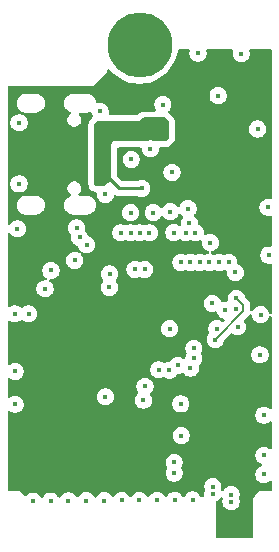
<source format=gbr>
%TF.GenerationSoftware,KiCad,Pcbnew,9.0.0*%
%TF.CreationDate,2025-02-28T21:47:30+01:00*%
%TF.ProjectId,ESP32S3_M.2_Board,45535033-3253-4335-9f4d-2e325f426f61,rev?*%
%TF.SameCoordinates,Original*%
%TF.FileFunction,Copper,L3,Inr*%
%TF.FilePolarity,Positive*%
%FSLAX46Y46*%
G04 Gerber Fmt 4.6, Leading zero omitted, Abs format (unit mm)*
G04 Created by KiCad (PCBNEW 9.0.0) date 2025-02-28 21:47:30*
%MOMM*%
%LPD*%
G01*
G04 APERTURE LIST*
%TA.AperFunction,ComponentPad*%
%ADD10C,5.500000*%
%TD*%
%TA.AperFunction,ViaPad*%
%ADD11C,0.450000*%
%TD*%
%TA.AperFunction,Conductor*%
%ADD12C,0.250000*%
%TD*%
%TA.AperFunction,Conductor*%
%ADD13C,0.150000*%
%TD*%
G04 APERTURE END LIST*
D10*
%TO.N,unconnected-(J2-MP1-PadMOUNTING-HOLE)*%
%TO.C,J2*%
X228900000Y-91100000D03*
%TD*%
D11*
%TO.N,VBUS*%
X230325000Y-98850000D03*
X230325000Y-97595997D03*
X226250000Y-102350000D03*
X229100000Y-103200000D03*
X225600000Y-102675000D03*
X230900000Y-98529003D03*
X239850000Y-108850000D03*
X226875000Y-97900000D03*
X230900000Y-97925000D03*
X230325000Y-98200000D03*
X229725000Y-98500000D03*
X225950000Y-97900000D03*
X229725000Y-97925000D03*
%TO.N,Earth*%
X222880000Y-129650000D03*
X235550000Y-95350000D03*
X239150000Y-113900000D03*
X218700000Y-97650000D03*
X224390000Y-129635000D03*
X232425000Y-124125000D03*
X230875000Y-96100000D03*
X218548439Y-106630888D03*
X218365000Y-121475000D03*
X231500000Y-105175000D03*
X237500000Y-91800000D03*
X218365000Y-118690000D03*
X225575000Y-96675000D03*
X228200000Y-100750000D03*
X231650000Y-101850000D03*
X239425000Y-122400000D03*
X218700000Y-102825000D03*
X233390000Y-129582500D03*
X219880000Y-129677500D03*
X236650000Y-129725000D03*
X225915000Y-129632500D03*
X239425000Y-125800000D03*
X231450000Y-115075000D03*
X228880000Y-129625000D03*
X220899569Y-111701651D03*
X218350000Y-113825000D03*
X234900000Y-107800000D03*
X223575000Y-106550000D03*
X238900000Y-98175000D03*
X235100000Y-129050000D03*
X233500000Y-117600000D03*
X233850000Y-91750000D03*
X226000000Y-120850000D03*
X231880000Y-129597500D03*
X221400000Y-110150000D03*
X236650000Y-129120997D03*
X239100000Y-117300000D03*
X232400000Y-121450000D03*
X221390000Y-129677500D03*
X230390000Y-129625000D03*
X239425000Y-127425000D03*
X223400000Y-109300000D03*
X226000000Y-103700000D03*
X227390000Y-129625000D03*
X235100000Y-128445997D03*
%TO.N,+3V3*%
X238875000Y-103150000D03*
X225600000Y-108600000D03*
X224900000Y-108750000D03*
X237375000Y-123200000D03*
X238650000Y-103725000D03*
X235825000Y-103450000D03*
X238750000Y-100425000D03*
X226025000Y-119700000D03*
X237375000Y-123925000D03*
X235550000Y-91750000D03*
X237375000Y-125375000D03*
X238750000Y-99775000D03*
X219500000Y-121475000D03*
X228625000Y-96550000D03*
X230340000Y-107735000D03*
X237375000Y-124650000D03*
X238275000Y-99350000D03*
X237400000Y-109550000D03*
%TO.N,/OSC_IN*%
X224425000Y-107975000D03*
%TO.N,/OSC_OUT*%
X223825000Y-107350000D03*
%TO.N,/OSC32_IN*%
X229225000Y-121125000D03*
%TO.N,/OSC32_OUT*%
X229365000Y-119960000D03*
%TO.N,VDD_SPI*%
X235300000Y-116000000D03*
X237100000Y-112500000D03*
X233500000Y-116750000D03*
%TO.N,/USB_D+*%
X230050000Y-105250000D03*
X231406100Y-118593900D03*
%TO.N,/USB_D-*%
X228150000Y-105250000D03*
X230537200Y-118562800D03*
%TO.N,/FLASH_QSPI_nCS*%
X237200000Y-114910000D03*
%TO.N,/FLASH_QSPI_nH*%
X237100000Y-113412500D03*
X235440000Y-115085000D03*
%TO.N,/FLASH_QSPI_DO*%
X235065000Y-112935000D03*
X236165000Y-113510000D03*
%TO.N,+3V3_RF*%
X219500000Y-113825000D03*
%TO.N,/CHIP_PU*%
X233000000Y-104925000D03*
X226375000Y-110450000D03*
%TO.N,/CHIP_BOOT*%
X226350000Y-111575000D03*
X233125000Y-106175000D03*
%TO.N,/GPIO33*%
X235640000Y-109460000D03*
%TO.N,/GPIO18*%
X231840000Y-126385000D03*
%TO.N,/GPIO35*%
X234015000Y-109460000D03*
%TO.N,/GPIO21*%
X232137500Y-118187500D03*
%TO.N,/SPICLK_P*%
X236465000Y-109460000D03*
%TO.N,/MTCK*%
X232825000Y-106950000D03*
%TO.N,/GPIO37*%
X232390000Y-109460000D03*
%TO.N,/GPIO17*%
X231827500Y-127297500D03*
%TO.N,/MTDO*%
X231800000Y-106950000D03*
%TO.N,/GPIO34*%
X234815000Y-109460000D03*
%TO.N,/U0RXD*%
X228515000Y-110060000D03*
%TO.N,/U0TXD*%
X229340000Y-110060000D03*
%TO.N,/SPICS1*%
X233212500Y-118412500D03*
%TO.N,/MTDI*%
X229740000Y-106960000D03*
%TO.N,/GPIO36*%
X233215000Y-109460000D03*
%TO.N,/GPIO46*%
X229825000Y-99850000D03*
X227315000Y-106960000D03*
%TO.N,/SPICLK_N*%
X237015000Y-110310000D03*
%TO.N,/MTMS*%
X228940000Y-106960000D03*
%TO.N,/GPIO38*%
X233625000Y-106950000D03*
%TO.N,/GPIO45*%
X228140000Y-106960000D03*
%TO.N,Net-(U2-EN)*%
X239775000Y-104800000D03*
%TD*%
D12*
%TO.N,VBUS*%
X225600000Y-102500000D02*
X225725000Y-102375000D01*
X225600000Y-102675000D02*
X225600000Y-102500000D01*
X225725000Y-102375000D02*
X226225000Y-102375000D01*
X226225000Y-102375000D02*
X226250000Y-102350000D01*
X227125000Y-103200000D02*
X229100000Y-103200000D01*
X226275000Y-102350000D02*
X227125000Y-103200000D01*
X226250000Y-102350000D02*
X226275000Y-102350000D01*
X226875000Y-97900000D02*
X225950000Y-97900000D01*
D13*
%TO.N,VDD_SPI*%
X237100000Y-112500000D02*
X237700000Y-113100000D01*
X237700000Y-113100000D02*
X237700000Y-113609889D01*
X235359889Y-115950000D02*
X235300000Y-115950000D01*
X237700000Y-113609889D02*
X235359889Y-115950000D01*
X235300000Y-115950000D02*
X235300000Y-116000000D01*
%TD*%
%TA.AperFunction,Conductor*%
%TO.N,VBUS*%
G36*
X231090677Y-97219685D02*
G01*
X231111319Y-97236319D01*
X231363681Y-97488681D01*
X231397166Y-97550004D01*
X231400000Y-97576362D01*
X231400000Y-98898638D01*
X231380315Y-98965677D01*
X231363681Y-98986319D01*
X231161319Y-99188681D01*
X231099996Y-99222166D01*
X231073638Y-99225000D01*
X230233101Y-99225000D01*
X230175080Y-99207963D01*
X230174023Y-99209941D01*
X230168655Y-99207071D01*
X230036620Y-99152381D01*
X230036614Y-99152379D01*
X229896457Y-99124500D01*
X229896455Y-99124500D01*
X229753545Y-99124500D01*
X229753543Y-99124500D01*
X229613385Y-99152379D01*
X229613379Y-99152381D01*
X229481344Y-99207071D01*
X229475977Y-99209941D01*
X229474713Y-99207577D01*
X229419074Y-99224981D01*
X229416899Y-99225000D01*
X226675000Y-99225000D01*
X226500000Y-99499999D01*
X226500000Y-102491238D01*
X226480315Y-102558277D01*
X226454522Y-102587209D01*
X226015423Y-102946471D01*
X225957852Y-102972718D01*
X225947456Y-102974500D01*
X225928545Y-102974500D01*
X225810688Y-102997943D01*
X225809087Y-102998218D01*
X225807776Y-102998065D01*
X225788138Y-103000000D01*
X225214374Y-103000000D01*
X225147335Y-102980315D01*
X225101580Y-102927511D01*
X225096737Y-102915211D01*
X225081363Y-102869088D01*
X225075000Y-102829877D01*
X225075000Y-97776362D01*
X225083644Y-97746921D01*
X225090168Y-97716935D01*
X225093922Y-97711919D01*
X225094685Y-97709323D01*
X225111319Y-97688681D01*
X225238681Y-97561319D01*
X225300004Y-97527834D01*
X225326362Y-97525000D01*
X228875000Y-97525000D01*
X229163681Y-97236319D01*
X229225004Y-97202834D01*
X229251362Y-97200000D01*
X231023638Y-97200000D01*
X231090677Y-97219685D01*
G37*
%TD.AperFunction*%
%TD*%
%TA.AperFunction,Conductor*%
%TO.N,+3V3*%
G36*
X233095751Y-91420185D02*
G01*
X233141506Y-91472989D01*
X233151450Y-91542147D01*
X233150329Y-91548691D01*
X233124500Y-91678540D01*
X233124500Y-91678545D01*
X233124500Y-91821455D01*
X233124500Y-91821457D01*
X233124499Y-91821457D01*
X233152379Y-91961614D01*
X233152381Y-91961620D01*
X233207069Y-92093650D01*
X233207074Y-92093659D01*
X233286467Y-92212478D01*
X233286470Y-92212482D01*
X233387517Y-92313529D01*
X233387521Y-92313532D01*
X233506340Y-92392925D01*
X233506346Y-92392928D01*
X233506347Y-92392929D01*
X233638380Y-92447619D01*
X233638384Y-92447619D01*
X233638385Y-92447620D01*
X233778542Y-92475500D01*
X233778545Y-92475500D01*
X233921457Y-92475500D01*
X234015751Y-92456742D01*
X234061620Y-92447619D01*
X234193653Y-92392929D01*
X234312479Y-92313532D01*
X234413532Y-92212479D01*
X234492929Y-92093653D01*
X234547619Y-91961620D01*
X234575500Y-91821455D01*
X234575500Y-91678545D01*
X234575500Y-91678542D01*
X234575499Y-91678540D01*
X234549671Y-91548691D01*
X234555898Y-91479100D01*
X234598761Y-91423922D01*
X234664651Y-91400678D01*
X234671288Y-91400500D01*
X236694624Y-91400500D01*
X236761663Y-91420185D01*
X236807418Y-91472989D01*
X236817362Y-91542147D01*
X236809186Y-91571951D01*
X236802381Y-91588379D01*
X236802379Y-91588385D01*
X236774500Y-91728542D01*
X236774500Y-91728545D01*
X236774500Y-91871455D01*
X236774500Y-91871457D01*
X236774499Y-91871457D01*
X236802379Y-92011614D01*
X236802381Y-92011620D01*
X236857069Y-92143650D01*
X236857074Y-92143659D01*
X236936467Y-92262478D01*
X236936470Y-92262482D01*
X237037517Y-92363529D01*
X237037521Y-92363532D01*
X237156340Y-92442925D01*
X237156349Y-92442930D01*
X237167672Y-92447620D01*
X237288380Y-92497619D01*
X237288384Y-92497619D01*
X237288385Y-92497620D01*
X237428542Y-92525500D01*
X237428545Y-92525500D01*
X237571457Y-92525500D01*
X237665751Y-92506742D01*
X237711620Y-92497619D01*
X237843653Y-92442929D01*
X237962479Y-92363532D01*
X238063532Y-92262479D01*
X238142929Y-92143653D01*
X238197619Y-92011620D01*
X238225500Y-91871455D01*
X238225500Y-91728545D01*
X238225500Y-91728542D01*
X238197620Y-91588385D01*
X238197619Y-91588384D01*
X238197619Y-91588380D01*
X238190814Y-91571951D01*
X238183347Y-91502481D01*
X238214623Y-91440002D01*
X238274712Y-91404351D01*
X238305376Y-91400500D01*
X239852405Y-91400500D01*
X239890244Y-91400500D01*
X239909630Y-91402025D01*
X239942253Y-91407192D01*
X239979144Y-91419178D01*
X239999765Y-91429685D01*
X240031151Y-91452489D01*
X240047510Y-91468848D01*
X240070314Y-91500234D01*
X240080820Y-91520853D01*
X240092808Y-91557748D01*
X240097973Y-91590362D01*
X240099500Y-91609755D01*
X240099500Y-103973739D01*
X240079815Y-104040778D01*
X240027011Y-104086533D01*
X239957853Y-104096477D01*
X239951309Y-104095356D01*
X239846459Y-104074500D01*
X239846455Y-104074500D01*
X239703545Y-104074500D01*
X239703543Y-104074500D01*
X239563385Y-104102379D01*
X239563379Y-104102381D01*
X239431349Y-104157069D01*
X239431340Y-104157074D01*
X239312521Y-104236467D01*
X239312517Y-104236470D01*
X239211470Y-104337517D01*
X239211467Y-104337521D01*
X239132074Y-104456340D01*
X239132069Y-104456349D01*
X239077381Y-104588379D01*
X239077379Y-104588385D01*
X239049500Y-104728542D01*
X239049500Y-104728545D01*
X239049500Y-104871455D01*
X239049500Y-104871457D01*
X239049499Y-104871457D01*
X239077379Y-105011614D01*
X239077381Y-105011620D01*
X239132069Y-105143650D01*
X239132074Y-105143659D01*
X239211467Y-105262478D01*
X239211470Y-105262482D01*
X239312517Y-105363529D01*
X239312521Y-105363532D01*
X239431340Y-105442925D01*
X239431346Y-105442928D01*
X239431347Y-105442929D01*
X239563380Y-105497619D01*
X239563384Y-105497619D01*
X239563385Y-105497620D01*
X239703542Y-105525500D01*
X239703545Y-105525500D01*
X239846457Y-105525500D01*
X239929184Y-105509043D01*
X239951308Y-105504643D01*
X240020899Y-105510870D01*
X240076077Y-105553732D01*
X240099322Y-105619622D01*
X240099500Y-105626260D01*
X240099500Y-108008820D01*
X240079815Y-108075859D01*
X240027011Y-108121614D01*
X239957853Y-108131558D01*
X239951311Y-108130438D01*
X239921456Y-108124500D01*
X239921455Y-108124500D01*
X239778545Y-108124500D01*
X239778543Y-108124500D01*
X239638385Y-108152379D01*
X239638379Y-108152381D01*
X239506349Y-108207069D01*
X239506340Y-108207074D01*
X239387521Y-108286467D01*
X239387517Y-108286470D01*
X239286470Y-108387517D01*
X239286467Y-108387521D01*
X239207074Y-108506340D01*
X239207069Y-108506349D01*
X239152381Y-108638379D01*
X239152379Y-108638385D01*
X239124500Y-108778542D01*
X239124500Y-108778545D01*
X239124500Y-108921455D01*
X239124500Y-108921457D01*
X239124499Y-108921457D01*
X239152379Y-109061614D01*
X239152381Y-109061620D01*
X239207069Y-109193650D01*
X239207074Y-109193659D01*
X239286467Y-109312478D01*
X239286470Y-109312482D01*
X239387517Y-109413529D01*
X239387521Y-109413532D01*
X239506340Y-109492925D01*
X239506349Y-109492930D01*
X239536258Y-109505318D01*
X239638380Y-109547619D01*
X239638384Y-109547619D01*
X239638385Y-109547620D01*
X239778542Y-109575500D01*
X239778545Y-109575500D01*
X239921456Y-109575500D01*
X239951308Y-109569562D01*
X240020899Y-109575789D01*
X240076077Y-109618651D01*
X240099322Y-109684541D01*
X240099500Y-109691179D01*
X240099500Y-113695676D01*
X240079815Y-113762715D01*
X240027011Y-113808470D01*
X239957853Y-113818414D01*
X239894297Y-113789389D01*
X239856523Y-113730611D01*
X239853883Y-113719868D01*
X239847620Y-113688385D01*
X239847619Y-113688384D01*
X239847619Y-113688380D01*
X239792929Y-113556347D01*
X239792928Y-113556346D01*
X239792925Y-113556340D01*
X239713532Y-113437521D01*
X239713529Y-113437517D01*
X239612482Y-113336470D01*
X239612478Y-113336467D01*
X239493659Y-113257074D01*
X239493650Y-113257069D01*
X239361620Y-113202381D01*
X239361614Y-113202379D01*
X239221457Y-113174500D01*
X239221455Y-113174500D01*
X239078545Y-113174500D01*
X239078543Y-113174500D01*
X238938385Y-113202379D01*
X238938379Y-113202381D01*
X238806349Y-113257069D01*
X238806340Y-113257074D01*
X238687521Y-113336467D01*
X238687517Y-113336470D01*
X238586470Y-113437517D01*
X238586467Y-113437521D01*
X238503686Y-113561412D01*
X238501821Y-113560166D01*
X238459895Y-113602847D01*
X238391758Y-113618307D01*
X238326078Y-113594475D01*
X238283709Y-113538917D01*
X238275500Y-113494549D01*
X238275500Y-113024235D01*
X238275500Y-113024234D01*
X238270420Y-113005276D01*
X238236281Y-112877865D01*
X238160515Y-112746635D01*
X237847894Y-112434014D01*
X237814409Y-112372691D01*
X237813985Y-112370659D01*
X237797619Y-112288380D01*
X237746153Y-112164130D01*
X237742930Y-112156349D01*
X237742925Y-112156340D01*
X237663532Y-112037521D01*
X237663529Y-112037517D01*
X237562482Y-111936470D01*
X237562478Y-111936467D01*
X237443659Y-111857074D01*
X237443650Y-111857069D01*
X237311620Y-111802381D01*
X237311614Y-111802379D01*
X237171457Y-111774500D01*
X237171455Y-111774500D01*
X237028545Y-111774500D01*
X237028543Y-111774500D01*
X236888385Y-111802379D01*
X236888379Y-111802381D01*
X236756349Y-111857069D01*
X236756340Y-111857074D01*
X236637521Y-111936467D01*
X236637517Y-111936470D01*
X236536470Y-112037517D01*
X236536467Y-112037521D01*
X236457074Y-112156340D01*
X236457069Y-112156349D01*
X236402381Y-112288379D01*
X236402379Y-112288385D01*
X236374500Y-112428542D01*
X236374500Y-112571454D01*
X236388105Y-112639854D01*
X236381876Y-112709445D01*
X236339013Y-112764622D01*
X236273123Y-112787866D01*
X236242297Y-112785662D01*
X236236455Y-112784500D01*
X236093545Y-112784500D01*
X236093543Y-112784500D01*
X235953385Y-112812379D01*
X235953380Y-112812381D01*
X235933085Y-112820787D01*
X235863615Y-112828253D01*
X235801137Y-112796976D01*
X235765487Y-112736886D01*
X235764019Y-112730417D01*
X235763703Y-112728833D01*
X235762619Y-112723380D01*
X235707929Y-112591347D01*
X235707928Y-112591346D01*
X235707925Y-112591340D01*
X235628532Y-112472521D01*
X235628529Y-112472517D01*
X235527482Y-112371470D01*
X235527478Y-112371467D01*
X235408659Y-112292074D01*
X235408650Y-112292069D01*
X235276620Y-112237381D01*
X235276614Y-112237379D01*
X235136457Y-112209500D01*
X235136455Y-112209500D01*
X234993545Y-112209500D01*
X234993543Y-112209500D01*
X234853385Y-112237379D01*
X234853379Y-112237381D01*
X234721349Y-112292069D01*
X234721340Y-112292074D01*
X234602521Y-112371467D01*
X234602517Y-112371470D01*
X234501470Y-112472517D01*
X234501467Y-112472521D01*
X234422074Y-112591340D01*
X234422069Y-112591349D01*
X234367381Y-112723379D01*
X234367379Y-112723385D01*
X234339500Y-112863542D01*
X234339500Y-112863545D01*
X234339500Y-113006455D01*
X234339500Y-113006457D01*
X234339499Y-113006457D01*
X234367379Y-113146614D01*
X234367381Y-113146620D01*
X234422069Y-113278650D01*
X234422074Y-113278659D01*
X234501467Y-113397478D01*
X234501470Y-113397482D01*
X234602517Y-113498529D01*
X234602521Y-113498532D01*
X234721340Y-113577925D01*
X234721346Y-113577928D01*
X234721347Y-113577929D01*
X234853380Y-113632619D01*
X234853384Y-113632619D01*
X234853385Y-113632620D01*
X234993542Y-113660500D01*
X234993545Y-113660500D01*
X235136457Y-113660500D01*
X235230751Y-113641742D01*
X235276620Y-113632619D01*
X235296909Y-113624215D01*
X235366378Y-113616745D01*
X235428858Y-113648019D01*
X235464511Y-113708107D01*
X235465979Y-113714575D01*
X235467380Y-113721616D01*
X235467381Y-113721620D01*
X235522069Y-113853650D01*
X235522074Y-113853659D01*
X235601467Y-113972478D01*
X235601470Y-113972482D01*
X235702517Y-114073529D01*
X235702521Y-114073532D01*
X235821340Y-114152925D01*
X235821346Y-114152928D01*
X235821347Y-114152929D01*
X235953380Y-114207619D01*
X236005278Y-114217942D01*
X236014282Y-114222652D01*
X236024418Y-114223377D01*
X236044714Y-114238570D01*
X236067188Y-114250326D01*
X236072217Y-114259159D01*
X236080352Y-114265248D01*
X236089212Y-114289003D01*
X236101762Y-114311041D01*
X236101218Y-114321189D01*
X236104770Y-114330712D01*
X236099379Y-114355491D01*
X236098023Y-114380811D01*
X236091683Y-114390871D01*
X236089919Y-114398985D01*
X236068768Y-114427239D01*
X236017636Y-114478372D01*
X235956313Y-114511858D01*
X235886622Y-114506874D01*
X235861063Y-114493794D01*
X235783659Y-114442074D01*
X235783650Y-114442069D01*
X235651620Y-114387381D01*
X235651614Y-114387379D01*
X235511457Y-114359500D01*
X235511455Y-114359500D01*
X235368545Y-114359500D01*
X235368543Y-114359500D01*
X235228385Y-114387379D01*
X235228379Y-114387381D01*
X235096349Y-114442069D01*
X235096340Y-114442074D01*
X234977521Y-114521467D01*
X234977517Y-114521470D01*
X234876470Y-114622517D01*
X234876467Y-114622521D01*
X234797074Y-114741340D01*
X234797069Y-114741349D01*
X234742381Y-114873379D01*
X234742379Y-114873385D01*
X234714500Y-115013542D01*
X234714500Y-115013545D01*
X234714500Y-115156455D01*
X234714500Y-115156457D01*
X234714499Y-115156457D01*
X234742379Y-115296614D01*
X234742382Y-115296624D01*
X234779500Y-115386235D01*
X234786969Y-115455704D01*
X234755694Y-115518183D01*
X234752622Y-115521366D01*
X234736470Y-115537518D01*
X234736465Y-115537524D01*
X234657074Y-115656340D01*
X234657069Y-115656349D01*
X234602381Y-115788379D01*
X234602379Y-115788385D01*
X234574500Y-115928542D01*
X234574500Y-115928545D01*
X234574500Y-116071455D01*
X234574500Y-116071457D01*
X234574499Y-116071457D01*
X234602379Y-116211614D01*
X234602381Y-116211620D01*
X234657069Y-116343650D01*
X234657074Y-116343659D01*
X234736467Y-116462478D01*
X234736470Y-116462482D01*
X234837517Y-116563529D01*
X234837521Y-116563532D01*
X234956340Y-116642925D01*
X234956346Y-116642928D01*
X234956347Y-116642929D01*
X235088380Y-116697619D01*
X235088384Y-116697619D01*
X235088385Y-116697620D01*
X235228542Y-116725500D01*
X235228545Y-116725500D01*
X235371457Y-116725500D01*
X235465751Y-116706742D01*
X235511620Y-116697619D01*
X235643653Y-116642929D01*
X235762479Y-116563532D01*
X235863532Y-116462479D01*
X235942929Y-116343653D01*
X235997619Y-116211620D01*
X236011503Y-116141816D01*
X236043885Y-116079910D01*
X236045380Y-116078387D01*
X236613240Y-115510527D01*
X236674562Y-115477044D01*
X236744254Y-115482028D01*
X236769811Y-115495108D01*
X236856340Y-115552925D01*
X236856346Y-115552928D01*
X236856347Y-115552929D01*
X236988380Y-115607619D01*
X236988384Y-115607619D01*
X236988385Y-115607620D01*
X237128542Y-115635500D01*
X237128545Y-115635500D01*
X237271457Y-115635500D01*
X237365751Y-115616742D01*
X237411620Y-115607619D01*
X237543653Y-115552929D01*
X237662479Y-115473532D01*
X237763532Y-115372479D01*
X237842929Y-115253653D01*
X237897619Y-115121620D01*
X237919117Y-115013545D01*
X237925500Y-114981457D01*
X237925500Y-114838542D01*
X237897620Y-114698385D01*
X237897619Y-114698384D01*
X237897619Y-114698380D01*
X237842929Y-114566347D01*
X237842928Y-114566346D01*
X237842925Y-114566340D01*
X237785108Y-114479811D01*
X237764230Y-114413133D01*
X237782715Y-114345753D01*
X237800525Y-114323243D01*
X238160515Y-113963254D01*
X238193113Y-113906793D01*
X238243680Y-113858577D01*
X238312287Y-113845355D01*
X238377152Y-113871323D01*
X238417680Y-113928237D01*
X238424500Y-113968793D01*
X238424500Y-113971455D01*
X238424500Y-113971457D01*
X238424499Y-113971457D01*
X238452379Y-114111614D01*
X238452381Y-114111620D01*
X238507069Y-114243650D01*
X238507074Y-114243659D01*
X238586467Y-114362478D01*
X238586470Y-114362482D01*
X238687517Y-114463529D01*
X238687521Y-114463532D01*
X238806340Y-114542925D01*
X238806346Y-114542928D01*
X238806347Y-114542929D01*
X238938380Y-114597619D01*
X238938384Y-114597619D01*
X238938385Y-114597620D01*
X239078542Y-114625500D01*
X239078545Y-114625500D01*
X239221457Y-114625500D01*
X239315751Y-114606742D01*
X239361620Y-114597619D01*
X239493653Y-114542929D01*
X239612479Y-114463532D01*
X239713532Y-114362479D01*
X239792929Y-114243653D01*
X239847619Y-114111620D01*
X239853883Y-114080131D01*
X239886268Y-114018220D01*
X239946984Y-113983646D01*
X240016753Y-113987386D01*
X240073425Y-114028253D01*
X240099007Y-114093271D01*
X240099500Y-114104323D01*
X240099500Y-121749126D01*
X240079815Y-121816165D01*
X240027011Y-121861920D01*
X239957853Y-121871864D01*
X239894297Y-121842839D01*
X239887819Y-121836807D01*
X239887482Y-121836470D01*
X239887478Y-121836467D01*
X239768659Y-121757074D01*
X239768650Y-121757069D01*
X239636620Y-121702381D01*
X239636614Y-121702379D01*
X239496457Y-121674500D01*
X239496455Y-121674500D01*
X239353545Y-121674500D01*
X239353543Y-121674500D01*
X239213385Y-121702379D01*
X239213379Y-121702381D01*
X239081349Y-121757069D01*
X239081340Y-121757074D01*
X238962521Y-121836467D01*
X238962517Y-121836470D01*
X238861470Y-121937517D01*
X238861467Y-121937521D01*
X238782074Y-122056340D01*
X238782069Y-122056349D01*
X238727381Y-122188379D01*
X238727379Y-122188385D01*
X238699500Y-122328542D01*
X238699500Y-122328545D01*
X238699500Y-122471455D01*
X238699500Y-122471457D01*
X238699499Y-122471457D01*
X238727379Y-122611614D01*
X238727381Y-122611620D01*
X238782069Y-122743650D01*
X238782074Y-122743659D01*
X238861467Y-122862478D01*
X238861470Y-122862482D01*
X238962517Y-122963529D01*
X238962521Y-122963532D01*
X239081340Y-123042925D01*
X239081346Y-123042928D01*
X239081347Y-123042929D01*
X239213380Y-123097619D01*
X239213384Y-123097619D01*
X239213385Y-123097620D01*
X239353542Y-123125500D01*
X239353545Y-123125500D01*
X239496457Y-123125500D01*
X239590751Y-123106742D01*
X239636620Y-123097619D01*
X239768653Y-123042929D01*
X239887479Y-122963532D01*
X239887482Y-122963529D01*
X239887819Y-122963193D01*
X239888038Y-122963073D01*
X239892189Y-122959667D01*
X239892834Y-122960454D01*
X239949142Y-122929708D01*
X240018834Y-122934692D01*
X240074767Y-122976564D01*
X240099184Y-123042028D01*
X240099500Y-123050874D01*
X240099500Y-125149126D01*
X240079815Y-125216165D01*
X240027011Y-125261920D01*
X239957853Y-125271864D01*
X239894297Y-125242839D01*
X239887819Y-125236807D01*
X239887482Y-125236470D01*
X239887478Y-125236467D01*
X239768659Y-125157074D01*
X239768650Y-125157069D01*
X239636620Y-125102381D01*
X239636614Y-125102379D01*
X239496457Y-125074500D01*
X239496455Y-125074500D01*
X239353545Y-125074500D01*
X239353543Y-125074500D01*
X239213385Y-125102379D01*
X239213379Y-125102381D01*
X239081349Y-125157069D01*
X239081340Y-125157074D01*
X238962521Y-125236467D01*
X238962517Y-125236470D01*
X238861470Y-125337517D01*
X238861467Y-125337521D01*
X238782074Y-125456340D01*
X238782069Y-125456349D01*
X238727381Y-125588379D01*
X238727379Y-125588385D01*
X238699500Y-125728542D01*
X238699500Y-125728545D01*
X238699500Y-125871455D01*
X238699500Y-125871457D01*
X238699499Y-125871457D01*
X238727379Y-126011614D01*
X238727381Y-126011620D01*
X238782069Y-126143650D01*
X238782074Y-126143659D01*
X238861467Y-126262478D01*
X238861470Y-126262482D01*
X238962517Y-126363529D01*
X238962521Y-126363532D01*
X239081340Y-126442925D01*
X239081344Y-126442927D01*
X239081347Y-126442929D01*
X239150064Y-126471392D01*
X239214152Y-126497939D01*
X239268555Y-126541780D01*
X239290620Y-126608074D01*
X239273341Y-126675774D01*
X239222203Y-126723384D01*
X239214152Y-126727061D01*
X239081350Y-126782069D01*
X239081340Y-126782074D01*
X238962521Y-126861467D01*
X238962517Y-126861470D01*
X238861470Y-126962517D01*
X238861467Y-126962521D01*
X238782074Y-127081340D01*
X238782069Y-127081349D01*
X238727381Y-127213379D01*
X238727379Y-127213385D01*
X238699500Y-127353542D01*
X238699500Y-127353545D01*
X238699500Y-127496455D01*
X238699500Y-127496457D01*
X238699499Y-127496457D01*
X238727379Y-127636614D01*
X238727381Y-127636620D01*
X238782069Y-127768650D01*
X238782074Y-127768659D01*
X238861467Y-127887478D01*
X238861470Y-127887482D01*
X238962517Y-127988529D01*
X238962521Y-127988532D01*
X239081340Y-128067925D01*
X239081346Y-128067928D01*
X239081347Y-128067929D01*
X239213380Y-128122619D01*
X239213384Y-128122619D01*
X239213385Y-128122620D01*
X239353542Y-128150500D01*
X239353545Y-128150500D01*
X239496457Y-128150500D01*
X239590751Y-128131742D01*
X239636620Y-128122619D01*
X239768653Y-128067929D01*
X239887479Y-127988532D01*
X239887482Y-127988529D01*
X239887819Y-127988193D01*
X239888038Y-127988073D01*
X239892189Y-127984667D01*
X239892834Y-127985454D01*
X239949142Y-127954708D01*
X240018834Y-127959692D01*
X240074767Y-128001564D01*
X240099184Y-128067028D01*
X240099500Y-128075874D01*
X240099500Y-128675500D01*
X240079815Y-128742539D01*
X240027011Y-128788294D01*
X239975500Y-128799500D01*
X239271155Y-128799500D01*
X239116510Y-128830261D01*
X239116498Y-128830264D01*
X238970827Y-128890602D01*
X238970814Y-128890609D01*
X238839711Y-128978210D01*
X238839707Y-128978213D01*
X238728213Y-129089707D01*
X238728210Y-129089711D01*
X238640609Y-129220814D01*
X238640602Y-129220827D01*
X238580264Y-129366498D01*
X238580261Y-129366510D01*
X238549500Y-129521153D01*
X238549500Y-132675500D01*
X238529815Y-132742539D01*
X238477011Y-132788294D01*
X238425500Y-132799500D01*
X235524500Y-132799500D01*
X235457461Y-132779815D01*
X235411706Y-132727011D01*
X235400500Y-132675500D01*
X235400500Y-130111306D01*
X235400499Y-130111304D01*
X235365896Y-129937341D01*
X235365893Y-129937332D01*
X235365326Y-129935964D01*
X235352096Y-129904024D01*
X235338324Y-129870773D01*
X235330855Y-129801303D01*
X235362131Y-129738824D01*
X235405430Y-129708761D01*
X235443653Y-129692929D01*
X235562479Y-129613532D01*
X235663532Y-129512479D01*
X235712896Y-129438601D01*
X235728736Y-129414895D01*
X235782348Y-129370089D01*
X235851673Y-129361382D01*
X235914700Y-129391536D01*
X235951420Y-129450979D01*
X235953455Y-129507976D01*
X235924500Y-129653540D01*
X235924500Y-129653545D01*
X235924500Y-129796455D01*
X235924500Y-129796457D01*
X235924499Y-129796457D01*
X235952379Y-129936614D01*
X235952381Y-129936620D01*
X236007069Y-130068650D01*
X236007074Y-130068659D01*
X236086467Y-130187478D01*
X236086470Y-130187482D01*
X236187517Y-130288529D01*
X236187521Y-130288532D01*
X236306340Y-130367925D01*
X236306349Y-130367930D01*
X236324625Y-130375500D01*
X236438380Y-130422619D01*
X236438384Y-130422619D01*
X236438385Y-130422620D01*
X236578542Y-130450500D01*
X236578545Y-130450500D01*
X236721457Y-130450500D01*
X236818401Y-130431216D01*
X236861620Y-130422619D01*
X236993653Y-130367929D01*
X237112479Y-130288532D01*
X237213532Y-130187479D01*
X237292929Y-130068653D01*
X237347619Y-129936620D01*
X237362538Y-129861620D01*
X237375500Y-129796457D01*
X237375500Y-129653542D01*
X237347620Y-129513385D01*
X237347619Y-129513384D01*
X237347619Y-129513380D01*
X237329837Y-129470451D01*
X237322368Y-129400981D01*
X237329838Y-129375544D01*
X237347616Y-129332625D01*
X237347616Y-129332622D01*
X237347619Y-129332617D01*
X237360702Y-129266846D01*
X237375500Y-129192454D01*
X237375500Y-129049539D01*
X237347620Y-128909382D01*
X237347619Y-128909381D01*
X237347619Y-128909377D01*
X237292929Y-128777344D01*
X237292928Y-128777343D01*
X237292925Y-128777337D01*
X237213532Y-128658518D01*
X237213529Y-128658514D01*
X237112482Y-128557467D01*
X237112478Y-128557464D01*
X236993659Y-128478071D01*
X236993650Y-128478066D01*
X236861620Y-128423378D01*
X236861614Y-128423376D01*
X236721457Y-128395497D01*
X236721455Y-128395497D01*
X236578545Y-128395497D01*
X236578543Y-128395497D01*
X236438385Y-128423376D01*
X236438379Y-128423378D01*
X236306349Y-128478066D01*
X236306340Y-128478071D01*
X236187521Y-128557464D01*
X236187517Y-128557467D01*
X236086470Y-128658514D01*
X236086467Y-128658518D01*
X236021263Y-128756102D01*
X235967650Y-128800907D01*
X235898325Y-128809614D01*
X235835298Y-128779459D01*
X235798579Y-128720016D01*
X235796544Y-128663019D01*
X235825500Y-128517454D01*
X235825500Y-128374539D01*
X235797620Y-128234382D01*
X235797619Y-128234381D01*
X235797619Y-128234377D01*
X235742929Y-128102344D01*
X235742928Y-128102343D01*
X235742925Y-128102337D01*
X235663532Y-127983518D01*
X235663529Y-127983514D01*
X235562482Y-127882467D01*
X235562478Y-127882464D01*
X235443659Y-127803071D01*
X235443650Y-127803066D01*
X235311620Y-127748378D01*
X235311614Y-127748376D01*
X235171457Y-127720497D01*
X235171455Y-127720497D01*
X235028545Y-127720497D01*
X235028543Y-127720497D01*
X234888385Y-127748376D01*
X234888379Y-127748378D01*
X234756349Y-127803066D01*
X234756340Y-127803071D01*
X234637521Y-127882464D01*
X234637517Y-127882467D01*
X234536470Y-127983514D01*
X234536467Y-127983518D01*
X234457074Y-128102337D01*
X234457069Y-128102346D01*
X234402381Y-128234376D01*
X234402379Y-128234382D01*
X234374500Y-128374539D01*
X234374500Y-128374542D01*
X234374500Y-128517452D01*
X234374500Y-128517454D01*
X234374499Y-128517454D01*
X234402379Y-128657611D01*
X234402380Y-128657612D01*
X234402381Y-128657617D01*
X234420163Y-128700546D01*
X234427631Y-128770016D01*
X234420163Y-128795448D01*
X234402381Y-128838378D01*
X234402379Y-128838386D01*
X234374500Y-128978542D01*
X234374500Y-128978545D01*
X234374500Y-129121455D01*
X234377629Y-129137187D01*
X234385777Y-129178150D01*
X234385395Y-129182409D01*
X234387120Y-129186322D01*
X234382307Y-129216908D01*
X234379548Y-129247741D01*
X234376925Y-129251116D01*
X234376261Y-129255342D01*
X234355673Y-129278474D01*
X234336685Y-129302918D01*
X234331846Y-129305246D01*
X234329810Y-129307535D01*
X234314448Y-129313619D01*
X234297514Y-129321770D01*
X234292967Y-129323039D01*
X234237334Y-129334106D01*
X234204196Y-129347831D01*
X234197006Y-129349840D01*
X234169241Y-129349472D01*
X234141633Y-129352440D01*
X234134791Y-129349015D01*
X234127142Y-129348914D01*
X234103984Y-129333593D01*
X234079154Y-129321164D01*
X234074020Y-129313770D01*
X234068870Y-129310363D01*
X234064028Y-129299377D01*
X234049090Y-129277862D01*
X234032932Y-129238853D01*
X234032925Y-129238840D01*
X233953532Y-129120021D01*
X233953529Y-129120017D01*
X233852482Y-129018970D01*
X233852478Y-129018967D01*
X233733659Y-128939574D01*
X233733650Y-128939569D01*
X233601620Y-128884881D01*
X233601614Y-128884879D01*
X233461457Y-128857000D01*
X233461455Y-128857000D01*
X233318545Y-128857000D01*
X233318543Y-128857000D01*
X233178385Y-128884879D01*
X233178379Y-128884881D01*
X233046349Y-128939569D01*
X233046340Y-128939574D01*
X232927521Y-129018967D01*
X232927517Y-129018970D01*
X232826470Y-129120017D01*
X232826467Y-129120021D01*
X232747074Y-129238840D01*
X232747068Y-129238851D01*
X232746037Y-129241342D01*
X232745148Y-129242444D01*
X232744201Y-129244217D01*
X232743864Y-129244037D01*
X232702192Y-129295742D01*
X232635896Y-129317802D01*
X232568198Y-129300518D01*
X232527594Y-129258056D01*
X232526314Y-129258912D01*
X232443532Y-129135021D01*
X232443529Y-129135017D01*
X232342482Y-129033970D01*
X232342478Y-129033967D01*
X232223659Y-128954574D01*
X232223650Y-128954569D01*
X232091620Y-128899881D01*
X232091614Y-128899879D01*
X231951457Y-128872000D01*
X231951455Y-128872000D01*
X231808545Y-128872000D01*
X231808543Y-128872000D01*
X231668385Y-128899879D01*
X231668379Y-128899881D01*
X231536349Y-128954569D01*
X231536340Y-128954574D01*
X231417521Y-129033967D01*
X231417517Y-129033970D01*
X231316470Y-129135017D01*
X231316467Y-129135021D01*
X231237064Y-129253855D01*
X231235693Y-129256421D01*
X231234622Y-129257510D01*
X231233686Y-129258912D01*
X231233420Y-129258734D01*
X231186725Y-129306260D01*
X231118586Y-129321712D01*
X231052909Y-129297873D01*
X231023240Y-129266846D01*
X230953532Y-129162521D01*
X230953529Y-129162517D01*
X230852482Y-129061470D01*
X230852478Y-129061467D01*
X230733659Y-128982074D01*
X230733650Y-128982069D01*
X230601620Y-128927381D01*
X230601614Y-128927379D01*
X230461457Y-128899500D01*
X230461455Y-128899500D01*
X230318545Y-128899500D01*
X230318543Y-128899500D01*
X230178385Y-128927379D01*
X230178379Y-128927381D01*
X230046349Y-128982069D01*
X230046340Y-128982074D01*
X229927521Y-129061467D01*
X229927517Y-129061470D01*
X229826470Y-129162517D01*
X229826467Y-129162521D01*
X229747069Y-129281348D01*
X229744358Y-129286421D01*
X229695396Y-129336265D01*
X229627259Y-129351726D01*
X229561579Y-129327895D01*
X229525642Y-129286421D01*
X229522930Y-129281348D01*
X229443532Y-129162521D01*
X229443529Y-129162517D01*
X229342482Y-129061470D01*
X229342478Y-129061467D01*
X229223659Y-128982074D01*
X229223650Y-128982069D01*
X229091620Y-128927381D01*
X229091614Y-128927379D01*
X228951457Y-128899500D01*
X228951455Y-128899500D01*
X228808545Y-128899500D01*
X228808543Y-128899500D01*
X228668385Y-128927379D01*
X228668379Y-128927381D01*
X228536349Y-128982069D01*
X228536340Y-128982074D01*
X228417521Y-129061467D01*
X228417517Y-129061470D01*
X228316470Y-129162517D01*
X228316467Y-129162521D01*
X228238102Y-129279803D01*
X228184490Y-129324608D01*
X228115165Y-129333315D01*
X228052137Y-129303160D01*
X228031898Y-129279803D01*
X227953532Y-129162521D01*
X227953529Y-129162517D01*
X227852482Y-129061470D01*
X227852478Y-129061467D01*
X227733659Y-128982074D01*
X227733650Y-128982069D01*
X227601620Y-128927381D01*
X227601614Y-128927379D01*
X227461457Y-128899500D01*
X227461455Y-128899500D01*
X227318545Y-128899500D01*
X227318543Y-128899500D01*
X227178385Y-128927379D01*
X227178379Y-128927381D01*
X227046349Y-128982069D01*
X227046340Y-128982074D01*
X226927521Y-129061467D01*
X226927517Y-129061470D01*
X226826470Y-129162517D01*
X226826467Y-129162521D01*
X226753096Y-129272328D01*
X226699483Y-129317133D01*
X226630158Y-129325840D01*
X226567131Y-129295685D01*
X226546892Y-129272328D01*
X226478532Y-129170021D01*
X226478529Y-129170017D01*
X226377482Y-129068970D01*
X226377478Y-129068967D01*
X226258659Y-128989574D01*
X226258650Y-128989569D01*
X226126620Y-128934881D01*
X226126614Y-128934879D01*
X225986457Y-128907000D01*
X225986455Y-128907000D01*
X225843545Y-128907000D01*
X225843543Y-128907000D01*
X225703385Y-128934879D01*
X225703379Y-128934881D01*
X225571349Y-128989569D01*
X225571340Y-128989574D01*
X225452521Y-129068967D01*
X225452517Y-129068970D01*
X225351470Y-129170017D01*
X225351467Y-129170021D01*
X225272074Y-129288840D01*
X225272069Y-129288849D01*
X225266542Y-129302194D01*
X225222700Y-129356596D01*
X225156405Y-129378659D01*
X225088706Y-129361378D01*
X225041097Y-129310240D01*
X225037421Y-129302191D01*
X225033962Y-129293842D01*
X225032929Y-129291347D01*
X225032927Y-129291344D01*
X225032925Y-129291340D01*
X224953532Y-129172521D01*
X224953529Y-129172517D01*
X224852482Y-129071470D01*
X224852478Y-129071467D01*
X224733659Y-128992074D01*
X224733650Y-128992069D01*
X224601620Y-128937381D01*
X224601614Y-128937379D01*
X224461457Y-128909500D01*
X224461455Y-128909500D01*
X224318545Y-128909500D01*
X224318543Y-128909500D01*
X224178385Y-128937379D01*
X224178379Y-128937381D01*
X224046349Y-128992069D01*
X224046340Y-128992074D01*
X223927521Y-129071467D01*
X223927517Y-129071470D01*
X223826470Y-129172517D01*
X223826467Y-129172521D01*
X223747074Y-129291340D01*
X223747068Y-129291351D01*
X223746037Y-129293842D01*
X223745148Y-129294944D01*
X223744201Y-129296717D01*
X223743864Y-129296537D01*
X223702192Y-129348242D01*
X223635896Y-129370302D01*
X223568198Y-129353018D01*
X223527594Y-129310556D01*
X223526314Y-129311412D01*
X223443532Y-129187521D01*
X223443529Y-129187517D01*
X223342482Y-129086470D01*
X223342478Y-129086467D01*
X223223659Y-129007074D01*
X223223650Y-129007069D01*
X223091620Y-128952381D01*
X223091614Y-128952379D01*
X222951457Y-128924500D01*
X222951455Y-128924500D01*
X222808545Y-128924500D01*
X222808543Y-128924500D01*
X222668385Y-128952379D01*
X222668379Y-128952381D01*
X222536349Y-129007069D01*
X222536340Y-129007074D01*
X222417521Y-129086467D01*
X222417517Y-129086470D01*
X222316470Y-129187517D01*
X222316467Y-129187521D01*
X222237064Y-129306355D01*
X222235693Y-129308921D01*
X222234622Y-129310010D01*
X222233686Y-129311412D01*
X222233420Y-129311234D01*
X222186725Y-129358760D01*
X222118586Y-129374212D01*
X222052909Y-129350373D01*
X222023240Y-129319346D01*
X221953532Y-129215021D01*
X221953529Y-129215017D01*
X221852482Y-129113970D01*
X221852478Y-129113967D01*
X221733659Y-129034574D01*
X221733650Y-129034569D01*
X221601620Y-128979881D01*
X221601614Y-128979879D01*
X221461457Y-128952000D01*
X221461455Y-128952000D01*
X221318545Y-128952000D01*
X221318543Y-128952000D01*
X221178385Y-128979879D01*
X221178379Y-128979881D01*
X221046349Y-129034569D01*
X221046340Y-129034574D01*
X220927521Y-129113967D01*
X220927517Y-129113970D01*
X220826470Y-129215017D01*
X220826467Y-129215021D01*
X220747069Y-129333848D01*
X220744358Y-129338921D01*
X220695396Y-129388765D01*
X220627259Y-129404226D01*
X220561579Y-129380395D01*
X220525642Y-129338921D01*
X220522930Y-129333848D01*
X220443532Y-129215021D01*
X220443529Y-129215017D01*
X220342482Y-129113970D01*
X220342478Y-129113967D01*
X220223659Y-129034574D01*
X220223650Y-129034569D01*
X220091620Y-128979881D01*
X220091614Y-128979879D01*
X219951457Y-128952000D01*
X219951455Y-128952000D01*
X219808545Y-128952000D01*
X219808543Y-128952000D01*
X219668385Y-128979879D01*
X219668379Y-128979881D01*
X219536349Y-129034569D01*
X219536340Y-129034574D01*
X219417521Y-129113967D01*
X219326825Y-129204663D01*
X219265501Y-129238147D01*
X219195810Y-129233163D01*
X219139876Y-129191291D01*
X219136042Y-129185872D01*
X219071789Y-129089711D01*
X219071786Y-129089707D01*
X218960292Y-128978213D01*
X218960288Y-128978210D01*
X218829185Y-128890609D01*
X218829172Y-128890602D01*
X218683501Y-128830264D01*
X218683489Y-128830261D01*
X218528845Y-128799500D01*
X218528842Y-128799500D01*
X218489562Y-128799500D01*
X217849500Y-128799500D01*
X217782461Y-128779815D01*
X217736706Y-128727011D01*
X217725500Y-128675500D01*
X217725500Y-127368957D01*
X231101999Y-127368957D01*
X231129879Y-127509114D01*
X231129881Y-127509120D01*
X231184569Y-127641150D01*
X231184574Y-127641159D01*
X231263967Y-127759978D01*
X231263970Y-127759982D01*
X231365017Y-127861029D01*
X231365021Y-127861032D01*
X231483840Y-127940425D01*
X231483846Y-127940428D01*
X231483847Y-127940429D01*
X231615880Y-127995119D01*
X231615884Y-127995119D01*
X231615885Y-127995120D01*
X231756042Y-128023000D01*
X231756045Y-128023000D01*
X231898957Y-128023000D01*
X232006719Y-128001564D01*
X232039120Y-127995119D01*
X232171153Y-127940429D01*
X232289979Y-127861032D01*
X232391032Y-127759979D01*
X232470429Y-127641153D01*
X232525119Y-127509120D01*
X232553000Y-127368955D01*
X232553000Y-127226045D01*
X232553000Y-127226042D01*
X232525120Y-127085885D01*
X232525119Y-127085884D01*
X232525119Y-127085880D01*
X232470429Y-126953847D01*
X232447474Y-126919493D01*
X232426597Y-126852818D01*
X232445081Y-126785438D01*
X232447476Y-126781712D01*
X232482924Y-126728661D01*
X232482925Y-126728658D01*
X232482929Y-126728653D01*
X232537619Y-126596620D01*
X232565500Y-126456455D01*
X232565500Y-126313545D01*
X232565500Y-126313542D01*
X232537620Y-126173385D01*
X232537619Y-126173384D01*
X232537619Y-126173380D01*
X232482929Y-126041347D01*
X232482928Y-126041346D01*
X232482925Y-126041340D01*
X232403532Y-125922521D01*
X232403529Y-125922517D01*
X232302482Y-125821470D01*
X232302478Y-125821467D01*
X232183659Y-125742074D01*
X232183650Y-125742069D01*
X232051620Y-125687381D01*
X232051614Y-125687379D01*
X231911457Y-125659500D01*
X231911455Y-125659500D01*
X231768545Y-125659500D01*
X231768543Y-125659500D01*
X231628385Y-125687379D01*
X231628379Y-125687381D01*
X231496349Y-125742069D01*
X231496340Y-125742074D01*
X231377521Y-125821467D01*
X231377517Y-125821470D01*
X231276470Y-125922517D01*
X231276467Y-125922521D01*
X231197074Y-126041340D01*
X231197069Y-126041349D01*
X231142381Y-126173379D01*
X231142379Y-126173385D01*
X231114500Y-126313542D01*
X231114500Y-126313545D01*
X231114500Y-126456455D01*
X231114500Y-126456457D01*
X231114499Y-126456457D01*
X231142379Y-126596614D01*
X231142381Y-126596620D01*
X231197069Y-126728650D01*
X231197074Y-126728658D01*
X231220024Y-126763005D01*
X231240902Y-126829682D01*
X231222418Y-126897062D01*
X231220024Y-126900787D01*
X231184574Y-126953840D01*
X231184569Y-126953849D01*
X231129881Y-127085879D01*
X231129879Y-127085885D01*
X231102000Y-127226042D01*
X231102000Y-127226045D01*
X231102000Y-127368955D01*
X231102000Y-127368957D01*
X231101999Y-127368957D01*
X217725500Y-127368957D01*
X217725500Y-124196457D01*
X231699499Y-124196457D01*
X231727379Y-124336614D01*
X231727381Y-124336620D01*
X231782069Y-124468650D01*
X231782074Y-124468659D01*
X231861467Y-124587478D01*
X231861470Y-124587482D01*
X231962517Y-124688529D01*
X231962521Y-124688532D01*
X232081340Y-124767925D01*
X232081346Y-124767928D01*
X232081347Y-124767929D01*
X232213380Y-124822619D01*
X232213384Y-124822619D01*
X232213385Y-124822620D01*
X232353542Y-124850500D01*
X232353545Y-124850500D01*
X232496457Y-124850500D01*
X232590751Y-124831742D01*
X232636620Y-124822619D01*
X232768653Y-124767929D01*
X232887479Y-124688532D01*
X232988532Y-124587479D01*
X233067929Y-124468653D01*
X233122619Y-124336620D01*
X233150500Y-124196455D01*
X233150500Y-124053545D01*
X233150500Y-124053542D01*
X233122620Y-123913385D01*
X233122619Y-123913384D01*
X233122619Y-123913380D01*
X233067929Y-123781347D01*
X233067928Y-123781346D01*
X233067925Y-123781340D01*
X232988532Y-123662521D01*
X232988529Y-123662517D01*
X232887482Y-123561470D01*
X232887478Y-123561467D01*
X232768659Y-123482074D01*
X232768650Y-123482069D01*
X232636620Y-123427381D01*
X232636614Y-123427379D01*
X232496457Y-123399500D01*
X232496455Y-123399500D01*
X232353545Y-123399500D01*
X232353543Y-123399500D01*
X232213385Y-123427379D01*
X232213379Y-123427381D01*
X232081349Y-123482069D01*
X232081340Y-123482074D01*
X231962521Y-123561467D01*
X231962517Y-123561470D01*
X231861470Y-123662517D01*
X231861467Y-123662521D01*
X231782074Y-123781340D01*
X231782069Y-123781349D01*
X231727381Y-123913379D01*
X231727379Y-123913385D01*
X231699500Y-124053542D01*
X231699500Y-124053545D01*
X231699500Y-124196455D01*
X231699500Y-124196457D01*
X231699499Y-124196457D01*
X217725500Y-124196457D01*
X217725500Y-122152238D01*
X217745185Y-122085199D01*
X217797989Y-122039444D01*
X217867147Y-122029500D01*
X217918391Y-122049136D01*
X218021340Y-122117925D01*
X218021346Y-122117928D01*
X218021347Y-122117929D01*
X218153380Y-122172619D01*
X218153384Y-122172619D01*
X218153385Y-122172620D01*
X218293542Y-122200500D01*
X218293545Y-122200500D01*
X218436457Y-122200500D01*
X218562136Y-122175500D01*
X218576620Y-122172619D01*
X218708653Y-122117929D01*
X218827479Y-122038532D01*
X218928532Y-121937479D01*
X219007929Y-121818653D01*
X219062619Y-121686620D01*
X219082340Y-121587478D01*
X219090500Y-121546457D01*
X219090500Y-121403542D01*
X219062620Y-121263385D01*
X219062619Y-121263384D01*
X219062619Y-121263380D01*
X219007929Y-121131347D01*
X219007928Y-121131346D01*
X219007925Y-121131340D01*
X218928532Y-121012521D01*
X218928529Y-121012517D01*
X218837469Y-120921457D01*
X225274499Y-120921457D01*
X225302379Y-121061614D01*
X225302381Y-121061620D01*
X225357069Y-121193650D01*
X225357074Y-121193659D01*
X225436467Y-121312478D01*
X225436470Y-121312482D01*
X225537517Y-121413529D01*
X225537521Y-121413532D01*
X225656340Y-121492925D01*
X225656346Y-121492928D01*
X225656347Y-121492929D01*
X225788380Y-121547619D01*
X225788384Y-121547619D01*
X225788385Y-121547620D01*
X225928542Y-121575500D01*
X225928545Y-121575500D01*
X226071457Y-121575500D01*
X226165751Y-121556742D01*
X226211620Y-121547619D01*
X226343653Y-121492929D01*
X226462479Y-121413532D01*
X226563532Y-121312479D01*
X226641055Y-121196457D01*
X228499499Y-121196457D01*
X228527379Y-121336614D01*
X228527381Y-121336620D01*
X228582069Y-121468650D01*
X228582074Y-121468659D01*
X228661467Y-121587478D01*
X228661470Y-121587482D01*
X228762517Y-121688529D01*
X228762521Y-121688532D01*
X228881340Y-121767925D01*
X228881346Y-121767928D01*
X228881347Y-121767929D01*
X229013380Y-121822619D01*
X229013384Y-121822619D01*
X229013385Y-121822620D01*
X229153542Y-121850500D01*
X229153545Y-121850500D01*
X229296457Y-121850500D01*
X229390751Y-121831742D01*
X229436620Y-121822619D01*
X229568653Y-121767929D01*
X229687479Y-121688532D01*
X229788532Y-121587479D01*
X229832646Y-121521457D01*
X231674499Y-121521457D01*
X231702379Y-121661614D01*
X231702381Y-121661620D01*
X231757069Y-121793650D01*
X231757074Y-121793659D01*
X231836467Y-121912478D01*
X231836470Y-121912482D01*
X231937517Y-122013529D01*
X231937521Y-122013532D01*
X232056340Y-122092925D01*
X232056346Y-122092928D01*
X232056347Y-122092929D01*
X232188380Y-122147619D01*
X232188384Y-122147619D01*
X232188385Y-122147620D01*
X232328542Y-122175500D01*
X232328545Y-122175500D01*
X232471457Y-122175500D01*
X232588399Y-122152238D01*
X232611620Y-122147619D01*
X232743653Y-122092929D01*
X232862479Y-122013532D01*
X232963532Y-121912479D01*
X233042929Y-121793653D01*
X233097619Y-121661620D01*
X233114750Y-121575500D01*
X233125500Y-121521457D01*
X233125500Y-121378542D01*
X233097620Y-121238385D01*
X233097619Y-121238384D01*
X233097619Y-121238380D01*
X233042929Y-121106347D01*
X233042928Y-121106346D01*
X233042925Y-121106340D01*
X232963532Y-120987521D01*
X232963529Y-120987517D01*
X232862482Y-120886470D01*
X232862478Y-120886467D01*
X232743659Y-120807074D01*
X232743650Y-120807069D01*
X232611620Y-120752381D01*
X232611614Y-120752379D01*
X232471457Y-120724500D01*
X232471455Y-120724500D01*
X232328545Y-120724500D01*
X232328543Y-120724500D01*
X232188385Y-120752379D01*
X232188379Y-120752381D01*
X232056349Y-120807069D01*
X232056340Y-120807074D01*
X231937521Y-120886467D01*
X231937517Y-120886470D01*
X231836470Y-120987517D01*
X231836467Y-120987521D01*
X231757074Y-121106340D01*
X231757069Y-121106349D01*
X231702381Y-121238379D01*
X231702379Y-121238385D01*
X231674500Y-121378542D01*
X231674500Y-121378545D01*
X231674500Y-121521455D01*
X231674500Y-121521457D01*
X231674499Y-121521457D01*
X229832646Y-121521457D01*
X229867929Y-121468653D01*
X229922619Y-121336620D01*
X229937188Y-121263379D01*
X229950500Y-121196457D01*
X229950500Y-121053542D01*
X229922620Y-120913385D01*
X229922619Y-120913384D01*
X229922619Y-120913380D01*
X229880318Y-120811258D01*
X229867930Y-120781349D01*
X229867925Y-120781340D01*
X229804785Y-120686845D01*
X229783907Y-120620168D01*
X229802391Y-120552787D01*
X229823725Y-120528393D01*
X229823172Y-120527840D01*
X229928529Y-120422482D01*
X229928532Y-120422479D01*
X230007929Y-120303653D01*
X230062619Y-120171620D01*
X230090500Y-120031455D01*
X230090500Y-119888545D01*
X230090500Y-119888542D01*
X230062620Y-119748385D01*
X230062619Y-119748384D01*
X230062619Y-119748380D01*
X230007929Y-119616347D01*
X230007928Y-119616346D01*
X230007925Y-119616340D01*
X229928532Y-119497521D01*
X229928529Y-119497517D01*
X229827482Y-119396470D01*
X229827478Y-119396467D01*
X229708659Y-119317074D01*
X229708650Y-119317069D01*
X229576620Y-119262381D01*
X229576614Y-119262379D01*
X229436457Y-119234500D01*
X229436455Y-119234500D01*
X229293545Y-119234500D01*
X229293543Y-119234500D01*
X229153385Y-119262379D01*
X229153379Y-119262381D01*
X229021349Y-119317069D01*
X229021340Y-119317074D01*
X228902521Y-119396467D01*
X228902517Y-119396470D01*
X228801470Y-119497517D01*
X228801467Y-119497521D01*
X228722074Y-119616340D01*
X228722069Y-119616349D01*
X228667381Y-119748379D01*
X228667379Y-119748385D01*
X228639500Y-119888542D01*
X228639500Y-119888545D01*
X228639500Y-120031455D01*
X228639500Y-120031457D01*
X228639499Y-120031457D01*
X228667379Y-120171614D01*
X228667381Y-120171620D01*
X228722069Y-120303650D01*
X228722074Y-120303659D01*
X228785214Y-120398154D01*
X228806092Y-120464832D01*
X228787607Y-120532212D01*
X228766277Y-120556609D01*
X228766828Y-120557160D01*
X228661470Y-120662517D01*
X228661467Y-120662521D01*
X228582074Y-120781340D01*
X228582069Y-120781349D01*
X228527381Y-120913379D01*
X228527379Y-120913385D01*
X228499500Y-121053542D01*
X228499500Y-121053545D01*
X228499500Y-121196455D01*
X228499500Y-121196457D01*
X228499499Y-121196457D01*
X226641055Y-121196457D01*
X226642929Y-121193653D01*
X226697619Y-121061620D01*
X226699226Y-121053542D01*
X226705250Y-121023260D01*
X226705250Y-121023258D01*
X226725499Y-120921459D01*
X226725500Y-120921457D01*
X226725500Y-120778542D01*
X226697620Y-120638385D01*
X226697619Y-120638384D01*
X226697619Y-120638380D01*
X226642929Y-120506347D01*
X226642928Y-120506346D01*
X226642925Y-120506340D01*
X226563532Y-120387521D01*
X226563529Y-120387517D01*
X226462482Y-120286470D01*
X226462478Y-120286467D01*
X226343659Y-120207074D01*
X226343650Y-120207069D01*
X226211620Y-120152381D01*
X226211614Y-120152379D01*
X226071457Y-120124500D01*
X226071455Y-120124500D01*
X225928545Y-120124500D01*
X225928543Y-120124500D01*
X225788385Y-120152379D01*
X225788379Y-120152381D01*
X225656349Y-120207069D01*
X225656340Y-120207074D01*
X225537521Y-120286467D01*
X225537517Y-120286470D01*
X225436470Y-120387517D01*
X225436467Y-120387521D01*
X225357074Y-120506340D01*
X225357069Y-120506349D01*
X225302381Y-120638379D01*
X225302379Y-120638385D01*
X225274500Y-120778542D01*
X225274500Y-120778545D01*
X225274500Y-120921455D01*
X225274500Y-120921457D01*
X225274499Y-120921457D01*
X218837469Y-120921457D01*
X218827482Y-120911470D01*
X218827478Y-120911467D01*
X218773732Y-120875555D01*
X218708659Y-120832074D01*
X218708650Y-120832069D01*
X218576620Y-120777381D01*
X218576614Y-120777379D01*
X218436457Y-120749500D01*
X218436455Y-120749500D01*
X218293545Y-120749500D01*
X218293543Y-120749500D01*
X218153385Y-120777379D01*
X218153379Y-120777381D01*
X218021349Y-120832069D01*
X218021335Y-120832077D01*
X217918390Y-120900863D01*
X217851713Y-120921741D01*
X217784333Y-120903256D01*
X217737643Y-120851277D01*
X217725500Y-120797761D01*
X217725500Y-119367238D01*
X217745185Y-119300199D01*
X217797989Y-119254444D01*
X217867147Y-119244500D01*
X217918391Y-119264136D01*
X218021340Y-119332925D01*
X218021346Y-119332928D01*
X218021347Y-119332929D01*
X218153380Y-119387619D01*
X218153384Y-119387619D01*
X218153385Y-119387620D01*
X218293542Y-119415500D01*
X218293545Y-119415500D01*
X218436457Y-119415500D01*
X218532139Y-119396467D01*
X218576620Y-119387619D01*
X218708653Y-119332929D01*
X218827479Y-119253532D01*
X218928532Y-119152479D01*
X219007929Y-119033653D01*
X219062619Y-118901620D01*
X219074918Y-118839790D01*
X219090500Y-118761457D01*
X219090500Y-118634257D01*
X229811699Y-118634257D01*
X229839579Y-118774414D01*
X229839581Y-118774420D01*
X229894269Y-118906450D01*
X229894274Y-118906459D01*
X229973667Y-119025278D01*
X229973670Y-119025282D01*
X230074717Y-119126329D01*
X230074721Y-119126332D01*
X230193540Y-119205725D01*
X230193546Y-119205728D01*
X230193547Y-119205729D01*
X230325580Y-119260419D01*
X230325584Y-119260419D01*
X230325585Y-119260420D01*
X230465742Y-119288300D01*
X230465745Y-119288300D01*
X230608657Y-119288300D01*
X230702951Y-119269542D01*
X230748820Y-119260419D01*
X230880853Y-119205729D01*
X230880860Y-119205723D01*
X230886220Y-119202860D01*
X230886988Y-119204297D01*
X230946139Y-119185763D01*
X231013523Y-119204234D01*
X231017269Y-119206642D01*
X231062439Y-119236824D01*
X231062441Y-119236825D01*
X231062447Y-119236829D01*
X231194480Y-119291519D01*
X231194484Y-119291519D01*
X231194485Y-119291520D01*
X231334642Y-119319400D01*
X231334645Y-119319400D01*
X231477557Y-119319400D01*
X231574083Y-119300199D01*
X231617720Y-119291519D01*
X231749753Y-119236829D01*
X231868579Y-119157432D01*
X231969632Y-119056379D01*
X231992563Y-119022060D01*
X232028612Y-118968110D01*
X232082224Y-118923304D01*
X232131714Y-118913000D01*
X232208957Y-118913000D01*
X232303251Y-118894242D01*
X232349120Y-118885119D01*
X232481153Y-118830429D01*
X232481162Y-118830422D01*
X232483746Y-118829042D01*
X232485266Y-118828725D01*
X232486781Y-118828098D01*
X232486899Y-118828385D01*
X232552148Y-118814795D01*
X232617394Y-118839790D01*
X232645310Y-118869505D01*
X232648967Y-118874978D01*
X232648970Y-118874982D01*
X232750017Y-118976029D01*
X232750021Y-118976032D01*
X232868840Y-119055425D01*
X232868849Y-119055430D01*
X232898758Y-119067818D01*
X233000880Y-119110119D01*
X233000884Y-119110119D01*
X233000885Y-119110120D01*
X233141042Y-119138000D01*
X233141045Y-119138000D01*
X233283957Y-119138000D01*
X233378251Y-119119242D01*
X233424120Y-119110119D01*
X233556153Y-119055429D01*
X233674979Y-118976032D01*
X233776032Y-118874979D01*
X233855429Y-118756153D01*
X233910119Y-118624120D01*
X233938000Y-118483955D01*
X233938000Y-118341045D01*
X233925540Y-118278406D01*
X233931767Y-118208816D01*
X233959477Y-118166533D01*
X233962476Y-118163533D01*
X233962479Y-118163532D01*
X234063532Y-118062479D01*
X234142929Y-117943653D01*
X234197619Y-117811620D01*
X234225500Y-117671455D01*
X234225500Y-117528545D01*
X234225500Y-117528542D01*
X234197620Y-117388385D01*
X234197619Y-117388384D01*
X234197619Y-117388380D01*
X234190609Y-117371457D01*
X238374499Y-117371457D01*
X238402379Y-117511614D01*
X238402381Y-117511620D01*
X238457069Y-117643650D01*
X238457074Y-117643659D01*
X238536467Y-117762478D01*
X238536470Y-117762482D01*
X238637517Y-117863529D01*
X238637521Y-117863532D01*
X238756340Y-117942925D01*
X238756349Y-117942930D01*
X238758109Y-117943659D01*
X238888380Y-117997619D01*
X238888384Y-117997619D01*
X238888385Y-117997620D01*
X239028542Y-118025500D01*
X239028545Y-118025500D01*
X239171457Y-118025500D01*
X239265751Y-118006742D01*
X239311620Y-117997619D01*
X239443653Y-117942929D01*
X239562479Y-117863532D01*
X239663532Y-117762479D01*
X239742929Y-117643653D01*
X239797619Y-117511620D01*
X239807489Y-117462000D01*
X239825500Y-117371457D01*
X239825500Y-117228542D01*
X239797620Y-117088385D01*
X239797619Y-117088384D01*
X239797619Y-117088380D01*
X239742929Y-116956347D01*
X239742928Y-116956346D01*
X239742925Y-116956340D01*
X239663532Y-116837521D01*
X239663529Y-116837517D01*
X239562482Y-116736470D01*
X239562478Y-116736467D01*
X239443659Y-116657074D01*
X239443650Y-116657069D01*
X239311620Y-116602381D01*
X239311614Y-116602379D01*
X239171457Y-116574500D01*
X239171455Y-116574500D01*
X239028545Y-116574500D01*
X239028543Y-116574500D01*
X238888385Y-116602379D01*
X238888379Y-116602381D01*
X238756349Y-116657069D01*
X238756340Y-116657074D01*
X238637521Y-116736467D01*
X238637517Y-116736470D01*
X238536470Y-116837517D01*
X238536467Y-116837521D01*
X238457074Y-116956340D01*
X238457069Y-116956349D01*
X238402381Y-117088379D01*
X238402379Y-117088385D01*
X238374500Y-117228542D01*
X238374500Y-117228545D01*
X238374500Y-117371455D01*
X238374500Y-117371457D01*
X238374499Y-117371457D01*
X234190609Y-117371457D01*
X234142929Y-117256347D01*
X234131233Y-117238843D01*
X234128382Y-117233516D01*
X234122428Y-117205004D01*
X234113727Y-117177217D01*
X234115373Y-117171214D01*
X234114101Y-117165121D01*
X234124505Y-117137921D01*
X234132209Y-117109837D01*
X234134603Y-117106113D01*
X234142929Y-117093653D01*
X234197619Y-116961620D01*
X234206742Y-116915751D01*
X234225500Y-116821457D01*
X234225500Y-116678542D01*
X234197620Y-116538385D01*
X234197619Y-116538384D01*
X234197619Y-116538380D01*
X234142929Y-116406347D01*
X234142928Y-116406346D01*
X234142925Y-116406340D01*
X234063532Y-116287521D01*
X234063529Y-116287517D01*
X233962482Y-116186470D01*
X233962478Y-116186467D01*
X233843659Y-116107074D01*
X233843650Y-116107069D01*
X233711620Y-116052381D01*
X233711614Y-116052379D01*
X233571457Y-116024500D01*
X233571455Y-116024500D01*
X233428545Y-116024500D01*
X233428543Y-116024500D01*
X233288385Y-116052379D01*
X233288379Y-116052381D01*
X233156349Y-116107069D01*
X233156340Y-116107074D01*
X233037521Y-116186467D01*
X233037517Y-116186470D01*
X232936470Y-116287517D01*
X232936467Y-116287521D01*
X232857074Y-116406340D01*
X232857069Y-116406349D01*
X232802381Y-116538379D01*
X232802379Y-116538385D01*
X232774500Y-116678542D01*
X232774500Y-116678545D01*
X232774500Y-116821455D01*
X232774500Y-116821457D01*
X232774499Y-116821457D01*
X232802379Y-116961614D01*
X232802381Y-116961620D01*
X232857071Y-117093655D01*
X232857072Y-117093656D01*
X232865395Y-117106113D01*
X232886271Y-117172791D01*
X232867784Y-117240170D01*
X232865395Y-117243887D01*
X232857072Y-117256343D01*
X232857071Y-117256344D01*
X232802381Y-117388379D01*
X232802379Y-117388385D01*
X232773475Y-117533691D01*
X232741089Y-117595602D01*
X232680373Y-117630176D01*
X232610604Y-117626435D01*
X232582967Y-117612601D01*
X232481159Y-117544574D01*
X232481150Y-117544569D01*
X232349120Y-117489881D01*
X232349114Y-117489879D01*
X232208957Y-117462000D01*
X232208955Y-117462000D01*
X232066045Y-117462000D01*
X232066043Y-117462000D01*
X231925885Y-117489879D01*
X231925879Y-117489881D01*
X231793849Y-117544569D01*
X231793840Y-117544574D01*
X231675021Y-117623967D01*
X231675017Y-117623970D01*
X231573970Y-117725017D01*
X231573964Y-117725025D01*
X231514988Y-117813290D01*
X231461376Y-117858096D01*
X231411886Y-117868400D01*
X231334643Y-117868400D01*
X231194485Y-117896279D01*
X231194479Y-117896281D01*
X231062444Y-117950971D01*
X231057077Y-117953841D01*
X231056311Y-117952408D01*
X230997129Y-117970936D01*
X230929750Y-117952448D01*
X230926031Y-117950058D01*
X230880852Y-117919870D01*
X230748820Y-117865181D01*
X230748814Y-117865179D01*
X230608657Y-117837300D01*
X230608655Y-117837300D01*
X230465745Y-117837300D01*
X230465743Y-117837300D01*
X230325585Y-117865179D01*
X230325579Y-117865181D01*
X230193549Y-117919869D01*
X230193540Y-117919874D01*
X230074721Y-117999267D01*
X230074717Y-117999270D01*
X229973670Y-118100317D01*
X229973667Y-118100321D01*
X229894274Y-118219140D01*
X229894269Y-118219149D01*
X229839581Y-118351179D01*
X229839579Y-118351185D01*
X229811700Y-118491342D01*
X229811700Y-118491345D01*
X229811700Y-118634255D01*
X229811700Y-118634257D01*
X229811699Y-118634257D01*
X219090500Y-118634257D01*
X219090500Y-118618542D01*
X219090499Y-118618540D01*
X219068799Y-118509444D01*
X219062620Y-118478384D01*
X219062619Y-118478382D01*
X219062619Y-118478380D01*
X219009931Y-118351180D01*
X219007930Y-118346349D01*
X219007925Y-118346340D01*
X218928532Y-118227521D01*
X218928529Y-118227517D01*
X218827482Y-118126470D01*
X218827478Y-118126467D01*
X218708659Y-118047074D01*
X218708650Y-118047069D01*
X218576620Y-117992381D01*
X218576614Y-117992379D01*
X218436457Y-117964500D01*
X218436455Y-117964500D01*
X218293545Y-117964500D01*
X218293543Y-117964500D01*
X218153385Y-117992379D01*
X218153379Y-117992381D01*
X218021349Y-118047069D01*
X218021335Y-118047077D01*
X217918390Y-118115863D01*
X217851713Y-118136741D01*
X217784333Y-118118256D01*
X217737643Y-118066277D01*
X217725500Y-118012761D01*
X217725500Y-115146457D01*
X230724499Y-115146457D01*
X230752379Y-115286614D01*
X230752381Y-115286620D01*
X230807069Y-115418650D01*
X230807074Y-115418659D01*
X230886467Y-115537478D01*
X230886470Y-115537482D01*
X230987517Y-115638529D01*
X230987521Y-115638532D01*
X231106340Y-115717925D01*
X231106346Y-115717928D01*
X231106347Y-115717929D01*
X231238380Y-115772619D01*
X231238384Y-115772619D01*
X231238385Y-115772620D01*
X231378542Y-115800500D01*
X231378545Y-115800500D01*
X231521457Y-115800500D01*
X231615751Y-115781742D01*
X231661620Y-115772619D01*
X231793653Y-115717929D01*
X231912479Y-115638532D01*
X232013532Y-115537479D01*
X232092929Y-115418653D01*
X232147619Y-115286620D01*
X232156742Y-115240751D01*
X232175500Y-115146457D01*
X232175500Y-115003542D01*
X232147620Y-114863385D01*
X232147619Y-114863384D01*
X232147619Y-114863380D01*
X232092929Y-114731347D01*
X232092928Y-114731346D01*
X232092925Y-114731340D01*
X232013532Y-114612521D01*
X232013529Y-114612517D01*
X231912482Y-114511470D01*
X231912478Y-114511467D01*
X231793659Y-114432074D01*
X231793650Y-114432069D01*
X231661620Y-114377381D01*
X231661614Y-114377379D01*
X231521457Y-114349500D01*
X231521455Y-114349500D01*
X231378545Y-114349500D01*
X231378543Y-114349500D01*
X231238385Y-114377379D01*
X231238379Y-114377381D01*
X231106349Y-114432069D01*
X231106340Y-114432074D01*
X230987521Y-114511467D01*
X230987517Y-114511470D01*
X230886470Y-114612517D01*
X230886467Y-114612521D01*
X230807074Y-114731340D01*
X230807069Y-114731349D01*
X230752381Y-114863379D01*
X230752379Y-114863385D01*
X230724500Y-115003542D01*
X230724500Y-115003545D01*
X230724500Y-115146455D01*
X230724500Y-115146457D01*
X230724499Y-115146457D01*
X217725500Y-115146457D01*
X217725500Y-114512261D01*
X217745185Y-114445222D01*
X217797989Y-114399467D01*
X217867147Y-114389523D01*
X217918391Y-114409159D01*
X218006340Y-114467925D01*
X218006346Y-114467928D01*
X218006347Y-114467929D01*
X218138380Y-114522619D01*
X218138384Y-114522619D01*
X218138385Y-114522620D01*
X218278542Y-114550500D01*
X218278545Y-114550500D01*
X218421457Y-114550500D01*
X218515751Y-114531742D01*
X218561620Y-114522619D01*
X218693653Y-114467929D01*
X218812479Y-114388532D01*
X218837319Y-114363691D01*
X218898640Y-114330207D01*
X218968332Y-114335190D01*
X219012680Y-114363691D01*
X219026368Y-114377379D01*
X219037522Y-114388533D01*
X219156340Y-114467925D01*
X219156346Y-114467928D01*
X219156347Y-114467929D01*
X219288380Y-114522619D01*
X219288384Y-114522619D01*
X219288385Y-114522620D01*
X219428542Y-114550500D01*
X219428545Y-114550500D01*
X219571457Y-114550500D01*
X219665751Y-114531742D01*
X219711620Y-114522619D01*
X219843653Y-114467929D01*
X219962479Y-114388532D01*
X220063532Y-114287479D01*
X220142929Y-114168653D01*
X220197619Y-114036620D01*
X220212213Y-113963254D01*
X220225500Y-113896457D01*
X220225500Y-113753542D01*
X220197620Y-113613385D01*
X220197619Y-113613384D01*
X220197619Y-113613380D01*
X220150046Y-113498529D01*
X220142930Y-113481349D01*
X220142925Y-113481340D01*
X220063532Y-113362521D01*
X220063529Y-113362517D01*
X219962482Y-113261470D01*
X219962478Y-113261467D01*
X219843659Y-113182074D01*
X219843650Y-113182069D01*
X219711620Y-113127381D01*
X219711614Y-113127379D01*
X219571457Y-113099500D01*
X219571455Y-113099500D01*
X219428545Y-113099500D01*
X219428543Y-113099500D01*
X219288385Y-113127379D01*
X219288379Y-113127381D01*
X219156349Y-113182069D01*
X219156340Y-113182074D01*
X219037521Y-113261467D01*
X219037517Y-113261470D01*
X219012681Y-113286307D01*
X218951358Y-113319792D01*
X218881666Y-113314808D01*
X218837319Y-113286307D01*
X218812482Y-113261470D01*
X218812478Y-113261467D01*
X218693659Y-113182074D01*
X218693650Y-113182069D01*
X218561620Y-113127381D01*
X218561614Y-113127379D01*
X218421457Y-113099500D01*
X218421455Y-113099500D01*
X218278545Y-113099500D01*
X218278543Y-113099500D01*
X218138385Y-113127379D01*
X218138379Y-113127381D01*
X218006349Y-113182069D01*
X218006342Y-113182073D01*
X217918390Y-113240841D01*
X217851713Y-113261718D01*
X217784333Y-113243233D01*
X217737643Y-113191254D01*
X217725500Y-113137738D01*
X217725500Y-111773108D01*
X220174068Y-111773108D01*
X220201948Y-111913265D01*
X220201950Y-111913271D01*
X220256638Y-112045301D01*
X220256643Y-112045310D01*
X220336036Y-112164129D01*
X220336039Y-112164133D01*
X220437086Y-112265180D01*
X220437090Y-112265183D01*
X220555909Y-112344576D01*
X220555915Y-112344579D01*
X220555916Y-112344580D01*
X220687949Y-112399270D01*
X220687953Y-112399270D01*
X220687954Y-112399271D01*
X220828111Y-112427151D01*
X220828114Y-112427151D01*
X220971026Y-112427151D01*
X221070232Y-112407417D01*
X221111189Y-112399270D01*
X221243222Y-112344580D01*
X221362048Y-112265183D01*
X221463101Y-112164130D01*
X221542498Y-112045304D01*
X221597188Y-111913271D01*
X221606311Y-111867402D01*
X221625069Y-111773108D01*
X221625069Y-111646457D01*
X225624499Y-111646457D01*
X225652379Y-111786614D01*
X225652381Y-111786620D01*
X225707069Y-111918650D01*
X225707074Y-111918659D01*
X225786467Y-112037478D01*
X225786470Y-112037482D01*
X225887517Y-112138529D01*
X225887521Y-112138532D01*
X226006340Y-112217925D01*
X226006346Y-112217928D01*
X226006347Y-112217929D01*
X226138380Y-112272619D01*
X226138384Y-112272619D01*
X226138385Y-112272620D01*
X226278542Y-112300500D01*
X226278545Y-112300500D01*
X226421457Y-112300500D01*
X226515751Y-112281742D01*
X226561620Y-112272619D01*
X226693653Y-112217929D01*
X226812479Y-112138532D01*
X226913532Y-112037479D01*
X226992929Y-111918653D01*
X227047619Y-111786620D01*
X227075500Y-111646455D01*
X227075500Y-111503545D01*
X227075500Y-111503542D01*
X227047620Y-111363385D01*
X227047619Y-111363384D01*
X227047619Y-111363380D01*
X226992929Y-111231347D01*
X226992928Y-111231346D01*
X226992925Y-111231340D01*
X226913532Y-111112521D01*
X226909667Y-111107811D01*
X226910610Y-111107036D01*
X226880207Y-111051357D01*
X226885191Y-110981665D01*
X226913693Y-110937317D01*
X226938532Y-110912479D01*
X227017929Y-110793653D01*
X227072619Y-110661620D01*
X227100296Y-110522482D01*
X227100500Y-110521457D01*
X227100500Y-110378542D01*
X227072620Y-110238385D01*
X227072619Y-110238384D01*
X227072619Y-110238380D01*
X227028330Y-110131457D01*
X227789499Y-110131457D01*
X227817379Y-110271614D01*
X227817381Y-110271620D01*
X227872069Y-110403650D01*
X227872074Y-110403659D01*
X227951467Y-110522478D01*
X227951470Y-110522482D01*
X228052517Y-110623529D01*
X228052521Y-110623532D01*
X228171340Y-110702925D01*
X228171346Y-110702928D01*
X228171347Y-110702929D01*
X228303380Y-110757619D01*
X228303384Y-110757619D01*
X228303385Y-110757620D01*
X228443542Y-110785500D01*
X228443545Y-110785500D01*
X228586457Y-110785500D01*
X228680751Y-110766742D01*
X228726620Y-110757619D01*
X228858653Y-110702929D01*
X228858660Y-110702923D01*
X228864020Y-110700060D01*
X228864571Y-110701090D01*
X228925285Y-110682080D01*
X228990960Y-110700096D01*
X228990980Y-110700060D01*
X228991139Y-110700145D01*
X228992666Y-110700564D01*
X228996333Y-110702919D01*
X228996347Y-110702929D01*
X229128380Y-110757619D01*
X229128384Y-110757619D01*
X229128385Y-110757620D01*
X229268542Y-110785500D01*
X229268545Y-110785500D01*
X229411457Y-110785500D01*
X229505751Y-110766742D01*
X229551620Y-110757619D01*
X229683653Y-110702929D01*
X229802479Y-110623532D01*
X229903532Y-110522479D01*
X229982929Y-110403653D01*
X230037619Y-110271620D01*
X230048100Y-110218929D01*
X230065500Y-110131457D01*
X230065500Y-109988542D01*
X230037620Y-109848385D01*
X230037619Y-109848384D01*
X230037619Y-109848380D01*
X229982929Y-109716347D01*
X229982928Y-109716346D01*
X229982925Y-109716340D01*
X229903532Y-109597521D01*
X229903529Y-109597517D01*
X229802482Y-109496470D01*
X229802478Y-109496467D01*
X229683659Y-109417074D01*
X229683650Y-109417069D01*
X229551620Y-109362381D01*
X229551614Y-109362379D01*
X229411457Y-109334500D01*
X229411455Y-109334500D01*
X229268545Y-109334500D01*
X229268543Y-109334500D01*
X229128385Y-109362379D01*
X229128379Y-109362381D01*
X228996349Y-109417069D01*
X228990972Y-109419944D01*
X228990421Y-109418913D01*
X228929697Y-109437919D01*
X228864051Y-109419900D01*
X228864028Y-109419944D01*
X228863835Y-109419840D01*
X228862320Y-109419425D01*
X228858673Y-109417082D01*
X228858650Y-109417069D01*
X228726620Y-109362381D01*
X228726614Y-109362379D01*
X228586457Y-109334500D01*
X228586455Y-109334500D01*
X228443545Y-109334500D01*
X228443543Y-109334500D01*
X228303385Y-109362379D01*
X228303379Y-109362381D01*
X228171349Y-109417069D01*
X228171340Y-109417074D01*
X228052521Y-109496467D01*
X228052517Y-109496470D01*
X227951470Y-109597517D01*
X227951467Y-109597521D01*
X227872074Y-109716340D01*
X227872069Y-109716349D01*
X227817381Y-109848379D01*
X227817379Y-109848385D01*
X227789500Y-109988542D01*
X227789500Y-109988545D01*
X227789500Y-110131455D01*
X227789500Y-110131457D01*
X227789499Y-110131457D01*
X227028330Y-110131457D01*
X227017929Y-110106347D01*
X227017928Y-110106346D01*
X227017925Y-110106340D01*
X226981178Y-110051344D01*
X226938532Y-109987521D01*
X226938529Y-109987517D01*
X226837482Y-109886470D01*
X226837478Y-109886467D01*
X226718659Y-109807074D01*
X226718650Y-109807069D01*
X226586620Y-109752381D01*
X226586614Y-109752379D01*
X226446457Y-109724500D01*
X226446455Y-109724500D01*
X226303545Y-109724500D01*
X226303543Y-109724500D01*
X226163385Y-109752379D01*
X226163379Y-109752381D01*
X226031349Y-109807069D01*
X226031340Y-109807074D01*
X225912521Y-109886467D01*
X225912517Y-109886470D01*
X225811470Y-109987517D01*
X225811467Y-109987521D01*
X225732074Y-110106340D01*
X225732069Y-110106349D01*
X225677381Y-110238379D01*
X225677379Y-110238385D01*
X225649500Y-110378542D01*
X225649500Y-110378545D01*
X225649500Y-110521455D01*
X225649500Y-110521457D01*
X225649499Y-110521457D01*
X225677379Y-110661614D01*
X225677381Y-110661620D01*
X225732069Y-110793650D01*
X225732074Y-110793659D01*
X225811467Y-110912478D01*
X225815333Y-110917189D01*
X225814387Y-110917965D01*
X225844789Y-110973626D01*
X225839813Y-111043319D01*
X225811309Y-111087679D01*
X225786467Y-111112521D01*
X225707074Y-111231340D01*
X225707069Y-111231349D01*
X225652381Y-111363379D01*
X225652379Y-111363385D01*
X225624500Y-111503542D01*
X225624500Y-111503545D01*
X225624500Y-111646455D01*
X225624500Y-111646457D01*
X225624499Y-111646457D01*
X221625069Y-111646457D01*
X221625069Y-111630193D01*
X221603477Y-111521645D01*
X221597189Y-111490036D01*
X221597188Y-111490035D01*
X221597188Y-111490031D01*
X221554887Y-111387909D01*
X221542499Y-111358000D01*
X221542494Y-111357991D01*
X221463101Y-111239172D01*
X221463098Y-111239168D01*
X221362051Y-111138121D01*
X221362047Y-111138118D01*
X221308894Y-111102602D01*
X221264089Y-111048990D01*
X221255382Y-110979665D01*
X221285537Y-110916637D01*
X221344980Y-110879918D01*
X221377785Y-110875500D01*
X221471457Y-110875500D01*
X221565751Y-110856742D01*
X221611620Y-110847619D01*
X221743653Y-110792929D01*
X221862479Y-110713532D01*
X221963532Y-110612479D01*
X222042929Y-110493653D01*
X222097619Y-110361620D01*
X222106742Y-110315751D01*
X222125500Y-110221457D01*
X222125500Y-110078542D01*
X222097620Y-109938385D01*
X222097619Y-109938384D01*
X222097619Y-109938380D01*
X222042929Y-109806347D01*
X222042928Y-109806346D01*
X222042925Y-109806340D01*
X221963532Y-109687521D01*
X221963529Y-109687517D01*
X221862482Y-109586470D01*
X221862478Y-109586467D01*
X221743659Y-109507074D01*
X221743650Y-109507069D01*
X221611620Y-109452381D01*
X221611614Y-109452379D01*
X221471457Y-109424500D01*
X221471455Y-109424500D01*
X221328545Y-109424500D01*
X221328543Y-109424500D01*
X221188385Y-109452379D01*
X221188379Y-109452381D01*
X221056349Y-109507069D01*
X221056340Y-109507074D01*
X220937521Y-109586467D01*
X220937517Y-109586470D01*
X220836470Y-109687517D01*
X220836467Y-109687521D01*
X220757074Y-109806340D01*
X220757069Y-109806349D01*
X220702381Y-109938379D01*
X220702379Y-109938385D01*
X220674500Y-110078542D01*
X220674500Y-110078545D01*
X220674500Y-110221455D01*
X220674500Y-110221457D01*
X220674499Y-110221457D01*
X220702379Y-110361614D01*
X220702381Y-110361620D01*
X220757069Y-110493650D01*
X220757074Y-110493659D01*
X220836467Y-110612478D01*
X220836470Y-110612482D01*
X220937517Y-110713529D01*
X220937521Y-110713532D01*
X220990675Y-110749049D01*
X221035480Y-110802661D01*
X221044187Y-110871986D01*
X221014032Y-110935014D01*
X220954589Y-110971733D01*
X220921784Y-110976151D01*
X220828112Y-110976151D01*
X220687954Y-111004030D01*
X220687948Y-111004032D01*
X220555918Y-111058720D01*
X220555909Y-111058725D01*
X220437090Y-111138118D01*
X220437086Y-111138121D01*
X220336039Y-111239168D01*
X220336036Y-111239172D01*
X220256643Y-111357991D01*
X220256638Y-111358000D01*
X220201950Y-111490030D01*
X220201948Y-111490036D01*
X220174069Y-111630193D01*
X220174069Y-111630196D01*
X220174069Y-111773106D01*
X220174069Y-111773108D01*
X220174068Y-111773108D01*
X217725500Y-111773108D01*
X217725500Y-109371457D01*
X222674499Y-109371457D01*
X222702379Y-109511614D01*
X222702381Y-109511620D01*
X222757069Y-109643650D01*
X222757074Y-109643659D01*
X222836467Y-109762478D01*
X222836470Y-109762482D01*
X222937517Y-109863529D01*
X222937521Y-109863532D01*
X223056340Y-109942925D01*
X223056346Y-109942928D01*
X223056347Y-109942929D01*
X223188380Y-109997619D01*
X223188384Y-109997619D01*
X223188385Y-109997620D01*
X223328542Y-110025500D01*
X223328545Y-110025500D01*
X223471457Y-110025500D01*
X223565751Y-110006742D01*
X223611620Y-109997619D01*
X223743653Y-109942929D01*
X223862479Y-109863532D01*
X223963532Y-109762479D01*
X224042929Y-109643653D01*
X224097619Y-109511620D01*
X224115864Y-109419900D01*
X224125500Y-109371457D01*
X224125500Y-109228542D01*
X224097620Y-109088385D01*
X224097619Y-109088384D01*
X224097619Y-109088380D01*
X224042929Y-108956347D01*
X224042928Y-108956346D01*
X224042925Y-108956340D01*
X223963532Y-108837521D01*
X223963529Y-108837517D01*
X223946162Y-108820150D01*
X223912677Y-108758827D01*
X223917661Y-108689135D01*
X223959533Y-108633202D01*
X224024997Y-108608785D01*
X224081296Y-108617908D01*
X224104516Y-108627525D01*
X224213380Y-108672619D01*
X224213384Y-108672619D01*
X224213385Y-108672620D01*
X224353542Y-108700500D01*
X224353545Y-108700500D01*
X224496457Y-108700500D01*
X224590751Y-108681742D01*
X224636620Y-108672619D01*
X224768653Y-108617929D01*
X224887479Y-108538532D01*
X224988532Y-108437479D01*
X225067929Y-108318653D01*
X225122619Y-108186620D01*
X225133572Y-108131558D01*
X225150500Y-108046457D01*
X225150500Y-107903542D01*
X225122620Y-107763385D01*
X225122619Y-107763384D01*
X225122619Y-107763380D01*
X225067929Y-107631347D01*
X225067928Y-107631346D01*
X225067925Y-107631340D01*
X224988532Y-107512521D01*
X224988529Y-107512517D01*
X224887482Y-107411470D01*
X224887478Y-107411467D01*
X224768659Y-107332074D01*
X224768650Y-107332069D01*
X224636618Y-107277380D01*
X224636614Y-107277379D01*
X224627971Y-107275660D01*
X224566060Y-107243275D01*
X224531486Y-107182559D01*
X224530555Y-107178280D01*
X224522619Y-107138380D01*
X224478330Y-107031457D01*
X226589499Y-107031457D01*
X226617379Y-107171614D01*
X226617381Y-107171620D01*
X226672069Y-107303650D01*
X226672074Y-107303659D01*
X226751467Y-107422478D01*
X226751470Y-107422482D01*
X226852517Y-107523529D01*
X226852521Y-107523532D01*
X226971340Y-107602925D01*
X226971346Y-107602928D01*
X226971347Y-107602929D01*
X227103380Y-107657619D01*
X227103384Y-107657619D01*
X227103385Y-107657620D01*
X227243542Y-107685500D01*
X227243545Y-107685500D01*
X227386457Y-107685500D01*
X227480751Y-107666742D01*
X227526620Y-107657619D01*
X227658653Y-107602929D01*
X227658660Y-107602923D01*
X227664020Y-107600060D01*
X227664571Y-107601090D01*
X227725285Y-107582080D01*
X227790960Y-107600096D01*
X227790980Y-107600060D01*
X227791139Y-107600145D01*
X227792666Y-107600564D01*
X227796333Y-107602919D01*
X227796347Y-107602929D01*
X227928380Y-107657619D01*
X227928384Y-107657619D01*
X227928385Y-107657620D01*
X228068542Y-107685500D01*
X228068545Y-107685500D01*
X228211457Y-107685500D01*
X228305751Y-107666742D01*
X228351620Y-107657619D01*
X228483653Y-107602929D01*
X228483652Y-107602929D01*
X228489281Y-107600598D01*
X228489985Y-107602299D01*
X228549941Y-107589812D01*
X228590280Y-107601656D01*
X228590719Y-107600598D01*
X228596347Y-107602929D01*
X228728380Y-107657619D01*
X228728384Y-107657619D01*
X228728385Y-107657620D01*
X228868542Y-107685500D01*
X228868545Y-107685500D01*
X229011457Y-107685500D01*
X229105751Y-107666742D01*
X229151620Y-107657619D01*
X229283653Y-107602929D01*
X229283652Y-107602929D01*
X229289281Y-107600598D01*
X229289985Y-107602299D01*
X229349941Y-107589812D01*
X229390280Y-107601656D01*
X229390719Y-107600598D01*
X229396347Y-107602929D01*
X229528380Y-107657619D01*
X229528384Y-107657619D01*
X229528385Y-107657620D01*
X229668542Y-107685500D01*
X229668545Y-107685500D01*
X229811457Y-107685500D01*
X229905751Y-107666742D01*
X229951620Y-107657619D01*
X230083653Y-107602929D01*
X230202479Y-107523532D01*
X230303532Y-107422479D01*
X230382929Y-107303653D01*
X230437619Y-107171620D01*
X230465500Y-107031455D01*
X230465500Y-106888545D01*
X230465500Y-106888542D01*
X230437620Y-106748385D01*
X230437619Y-106748384D01*
X230437619Y-106748380D01*
X230382929Y-106616347D01*
X230382928Y-106616346D01*
X230382925Y-106616340D01*
X230303532Y-106497521D01*
X230303529Y-106497517D01*
X230202482Y-106396470D01*
X230202478Y-106396467D01*
X230083659Y-106317074D01*
X230083650Y-106317069D01*
X229951620Y-106262381D01*
X229951614Y-106262379D01*
X229811457Y-106234500D01*
X229811455Y-106234500D01*
X229668545Y-106234500D01*
X229668543Y-106234500D01*
X229528385Y-106262379D01*
X229528379Y-106262381D01*
X229390719Y-106319402D01*
X229390016Y-106317705D01*
X229330029Y-106330184D01*
X229289717Y-106318347D01*
X229289281Y-106319402D01*
X229151620Y-106262381D01*
X229151614Y-106262379D01*
X229011457Y-106234500D01*
X229011455Y-106234500D01*
X228868545Y-106234500D01*
X228868543Y-106234500D01*
X228728385Y-106262379D01*
X228728379Y-106262381D01*
X228590719Y-106319402D01*
X228590016Y-106317705D01*
X228530029Y-106330184D01*
X228489717Y-106318347D01*
X228489281Y-106319402D01*
X228351620Y-106262381D01*
X228351614Y-106262379D01*
X228211457Y-106234500D01*
X228211455Y-106234500D01*
X228068545Y-106234500D01*
X228068543Y-106234500D01*
X227928385Y-106262379D01*
X227928379Y-106262381D01*
X227796349Y-106317069D01*
X227790972Y-106319944D01*
X227790421Y-106318913D01*
X227729697Y-106337919D01*
X227664051Y-106319900D01*
X227664028Y-106319944D01*
X227663835Y-106319840D01*
X227662320Y-106319425D01*
X227658673Y-106317082D01*
X227658650Y-106317069D01*
X227526620Y-106262381D01*
X227526614Y-106262379D01*
X227386457Y-106234500D01*
X227386455Y-106234500D01*
X227243545Y-106234500D01*
X227243543Y-106234500D01*
X227103385Y-106262379D01*
X227103379Y-106262381D01*
X226971349Y-106317069D01*
X226971340Y-106317074D01*
X226852521Y-106396467D01*
X226852517Y-106396470D01*
X226751470Y-106497517D01*
X226751467Y-106497521D01*
X226672074Y-106616340D01*
X226672069Y-106616349D01*
X226617381Y-106748379D01*
X226617379Y-106748385D01*
X226589500Y-106888542D01*
X226589500Y-106888545D01*
X226589500Y-107031455D01*
X226589500Y-107031457D01*
X226589499Y-107031457D01*
X224478330Y-107031457D01*
X224467929Y-107006347D01*
X224467928Y-107006346D01*
X224467925Y-107006340D01*
X224434954Y-106956995D01*
X224434949Y-106956989D01*
X224388532Y-106887521D01*
X224314024Y-106813013D01*
X224310557Y-106808885D01*
X224298608Y-106781618D01*
X224284343Y-106755493D01*
X224284284Y-106748930D01*
X224282514Y-106744890D01*
X224284156Y-106734593D01*
X224283892Y-106704947D01*
X224300500Y-106621455D01*
X224300500Y-106478545D01*
X224300500Y-106478542D01*
X224272620Y-106338385D01*
X224272619Y-106338384D01*
X224272619Y-106338380D01*
X224217929Y-106206347D01*
X224217928Y-106206346D01*
X224217925Y-106206340D01*
X224138532Y-106087521D01*
X224138529Y-106087517D01*
X224037482Y-105986470D01*
X224037478Y-105986467D01*
X223918659Y-105907074D01*
X223918650Y-105907069D01*
X223786620Y-105852381D01*
X223786614Y-105852379D01*
X223646457Y-105824500D01*
X223646455Y-105824500D01*
X223503545Y-105824500D01*
X223503543Y-105824500D01*
X223363385Y-105852379D01*
X223363379Y-105852381D01*
X223231349Y-105907069D01*
X223231340Y-105907074D01*
X223112521Y-105986467D01*
X223112517Y-105986470D01*
X223011470Y-106087517D01*
X223011467Y-106087521D01*
X222932074Y-106206340D01*
X222932069Y-106206349D01*
X222877381Y-106338379D01*
X222877379Y-106338385D01*
X222849500Y-106478542D01*
X222849500Y-106478545D01*
X222849500Y-106621455D01*
X222849500Y-106621457D01*
X222849499Y-106621457D01*
X222877379Y-106761614D01*
X222877381Y-106761620D01*
X222932069Y-106893650D01*
X222932074Y-106893659D01*
X223011467Y-107012478D01*
X223011470Y-107012482D01*
X223082170Y-107083182D01*
X223115655Y-107144505D01*
X223116107Y-107195053D01*
X223103289Y-107259496D01*
X223099500Y-107278545D01*
X223099500Y-107421455D01*
X223099500Y-107421457D01*
X223099499Y-107421457D01*
X223127379Y-107561614D01*
X223127381Y-107561620D01*
X223182069Y-107693650D01*
X223182074Y-107693659D01*
X223261467Y-107812478D01*
X223261470Y-107812482D01*
X223362517Y-107913529D01*
X223362521Y-107913532D01*
X223481340Y-107992925D01*
X223481346Y-107992928D01*
X223481347Y-107992929D01*
X223613380Y-108047619D01*
X223622025Y-108049338D01*
X223683936Y-108081722D01*
X223718511Y-108142437D01*
X223719452Y-108146763D01*
X223727379Y-108186615D01*
X223727381Y-108186620D01*
X223782069Y-108318650D01*
X223782074Y-108318659D01*
X223861467Y-108437478D01*
X223861470Y-108437482D01*
X223878837Y-108454849D01*
X223912322Y-108516172D01*
X223907338Y-108585864D01*
X223865466Y-108641797D01*
X223800002Y-108666214D01*
X223743704Y-108657091D01*
X223611624Y-108602382D01*
X223611614Y-108602379D01*
X223471457Y-108574500D01*
X223471455Y-108574500D01*
X223328545Y-108574500D01*
X223328543Y-108574500D01*
X223188385Y-108602379D01*
X223188379Y-108602381D01*
X223056349Y-108657069D01*
X223056340Y-108657074D01*
X222937521Y-108736467D01*
X222937517Y-108736470D01*
X222836470Y-108837517D01*
X222836467Y-108837521D01*
X222757074Y-108956340D01*
X222757069Y-108956349D01*
X222702381Y-109088379D01*
X222702379Y-109088385D01*
X222674500Y-109228542D01*
X222674500Y-109228545D01*
X222674500Y-109371455D01*
X222674500Y-109371457D01*
X222674499Y-109371457D01*
X217725500Y-109371457D01*
X217725500Y-107113910D01*
X217745185Y-107046871D01*
X217797989Y-107001116D01*
X217867147Y-106991172D01*
X217930703Y-107020197D01*
X217952601Y-107045017D01*
X217970815Y-107072278D01*
X217984908Y-107093369D01*
X218085956Y-107194417D01*
X218085960Y-107194420D01*
X218204779Y-107273813D01*
X218204785Y-107273816D01*
X218204786Y-107273817D01*
X218336819Y-107328507D01*
X218336823Y-107328507D01*
X218336824Y-107328508D01*
X218476981Y-107356388D01*
X218476984Y-107356388D01*
X218619896Y-107356388D01*
X218714763Y-107337517D01*
X218760059Y-107328507D01*
X218892092Y-107273817D01*
X219010918Y-107194420D01*
X219111971Y-107093367D01*
X219191368Y-106974541D01*
X219246058Y-106842508D01*
X219273939Y-106702343D01*
X219273939Y-106559433D01*
X219273939Y-106559430D01*
X219246059Y-106419273D01*
X219246058Y-106419272D01*
X219246058Y-106419268D01*
X219203726Y-106317069D01*
X219191369Y-106287237D01*
X219191364Y-106287228D01*
X219111971Y-106168409D01*
X219111968Y-106168405D01*
X219010921Y-106067358D01*
X219010917Y-106067355D01*
X218892098Y-105987962D01*
X218892089Y-105987957D01*
X218760059Y-105933269D01*
X218760053Y-105933267D01*
X218619896Y-105905388D01*
X218619894Y-105905388D01*
X218476984Y-105905388D01*
X218476982Y-105905388D01*
X218336824Y-105933267D01*
X218336818Y-105933269D01*
X218204788Y-105987957D01*
X218204779Y-105987962D01*
X218085960Y-106067355D01*
X218085956Y-106067358D01*
X217984909Y-106168405D01*
X217984906Y-106168409D01*
X217952602Y-106216756D01*
X217898990Y-106261561D01*
X217829665Y-106270268D01*
X217766637Y-106240113D01*
X217729918Y-106180670D01*
X217725500Y-106147865D01*
X217725500Y-104541153D01*
X218484500Y-104541153D01*
X218484500Y-104698846D01*
X218515261Y-104853489D01*
X218515264Y-104853501D01*
X218575602Y-104999172D01*
X218575609Y-104999185D01*
X218663210Y-105130288D01*
X218663213Y-105130292D01*
X218774707Y-105241786D01*
X218774711Y-105241789D01*
X218905814Y-105329390D01*
X218905827Y-105329397D01*
X219046056Y-105387481D01*
X219051503Y-105389737D01*
X219206153Y-105420499D01*
X219206156Y-105420500D01*
X219206158Y-105420500D01*
X220163844Y-105420500D01*
X220163845Y-105420499D01*
X220318497Y-105389737D01*
X220464179Y-105329394D01*
X220595289Y-105241789D01*
X220706789Y-105130289D01*
X220794394Y-104999179D01*
X220795522Y-104996457D01*
X220838648Y-104892340D01*
X220854737Y-104853497D01*
X220885500Y-104698842D01*
X220885500Y-104541158D01*
X220885500Y-104541155D01*
X220885499Y-104541153D01*
X222514500Y-104541153D01*
X222514500Y-104698846D01*
X222545261Y-104853489D01*
X222545264Y-104853501D01*
X222605602Y-104999172D01*
X222605609Y-104999185D01*
X222693210Y-105130288D01*
X222693213Y-105130292D01*
X222804707Y-105241786D01*
X222804711Y-105241789D01*
X222935814Y-105329390D01*
X222935827Y-105329397D01*
X223076056Y-105387481D01*
X223081503Y-105389737D01*
X223236153Y-105420499D01*
X223236156Y-105420500D01*
X223236158Y-105420500D01*
X224493844Y-105420500D01*
X224493845Y-105420499D01*
X224648497Y-105389737D01*
X224794179Y-105329394D01*
X224806058Y-105321457D01*
X227424499Y-105321457D01*
X227452379Y-105461614D01*
X227452381Y-105461620D01*
X227507069Y-105593650D01*
X227507074Y-105593659D01*
X227586467Y-105712478D01*
X227586470Y-105712482D01*
X227687517Y-105813529D01*
X227687521Y-105813532D01*
X227806340Y-105892925D01*
X227806346Y-105892928D01*
X227806347Y-105892929D01*
X227938380Y-105947619D01*
X227938384Y-105947619D01*
X227938385Y-105947620D01*
X228078542Y-105975500D01*
X228078545Y-105975500D01*
X228221457Y-105975500D01*
X228315751Y-105956742D01*
X228361620Y-105947619D01*
X228493653Y-105892929D01*
X228612479Y-105813532D01*
X228713532Y-105712479D01*
X228792929Y-105593653D01*
X228847619Y-105461620D01*
X228858819Y-105405317D01*
X228875500Y-105321457D01*
X229324499Y-105321457D01*
X229352379Y-105461614D01*
X229352381Y-105461620D01*
X229407069Y-105593650D01*
X229407074Y-105593659D01*
X229486467Y-105712478D01*
X229486470Y-105712482D01*
X229587517Y-105813529D01*
X229587521Y-105813532D01*
X229706340Y-105892925D01*
X229706346Y-105892928D01*
X229706347Y-105892929D01*
X229838380Y-105947619D01*
X229838384Y-105947619D01*
X229838385Y-105947620D01*
X229978542Y-105975500D01*
X229978545Y-105975500D01*
X230121457Y-105975500D01*
X230215751Y-105956742D01*
X230261620Y-105947619D01*
X230393653Y-105892929D01*
X230512479Y-105813532D01*
X230613532Y-105712479D01*
X230654713Y-105650846D01*
X230696314Y-105588588D01*
X230698449Y-105590015D01*
X230739527Y-105548150D01*
X230807656Y-105532650D01*
X230873349Y-105556444D01*
X230903087Y-105587522D01*
X230936467Y-105637478D01*
X230936470Y-105637482D01*
X231037517Y-105738529D01*
X231037521Y-105738532D01*
X231156340Y-105817925D01*
X231156346Y-105817928D01*
X231156347Y-105817929D01*
X231288380Y-105872619D01*
X231288384Y-105872619D01*
X231288385Y-105872620D01*
X231428542Y-105900500D01*
X231428545Y-105900500D01*
X231571457Y-105900500D01*
X231665751Y-105881742D01*
X231711620Y-105872619D01*
X231843653Y-105817929D01*
X231962479Y-105738532D01*
X232063532Y-105637479D01*
X232142929Y-105518653D01*
X232197619Y-105386620D01*
X232197619Y-105386619D01*
X232199950Y-105380992D01*
X232202601Y-105382090D01*
X232234091Y-105333910D01*
X232297867Y-105305373D01*
X232366947Y-105315847D01*
X232417674Y-105359353D01*
X232436464Y-105387474D01*
X232436470Y-105387482D01*
X232537516Y-105488528D01*
X232537519Y-105488530D01*
X232537521Y-105488532D01*
X232560517Y-105503897D01*
X232605321Y-105557507D01*
X232614030Y-105626832D01*
X232583876Y-105689860D01*
X232579309Y-105694678D01*
X232561471Y-105712516D01*
X232561467Y-105712521D01*
X232482074Y-105831340D01*
X232482069Y-105831349D01*
X232427381Y-105963379D01*
X232427379Y-105963385D01*
X232399500Y-106103542D01*
X232399500Y-106246034D01*
X232379815Y-106313073D01*
X232327011Y-106358828D01*
X232257853Y-106368772D01*
X232206609Y-106349136D01*
X232143659Y-106307074D01*
X232143650Y-106307069D01*
X232011620Y-106252381D01*
X232011614Y-106252379D01*
X231871457Y-106224500D01*
X231871455Y-106224500D01*
X231728545Y-106224500D01*
X231728543Y-106224500D01*
X231588385Y-106252379D01*
X231588379Y-106252381D01*
X231456349Y-106307069D01*
X231456340Y-106307074D01*
X231337521Y-106386467D01*
X231337517Y-106386470D01*
X231236470Y-106487517D01*
X231236467Y-106487521D01*
X231157074Y-106606340D01*
X231157069Y-106606349D01*
X231102381Y-106738379D01*
X231102379Y-106738385D01*
X231074500Y-106878542D01*
X231074500Y-106878545D01*
X231074500Y-107021455D01*
X231074500Y-107021457D01*
X231074499Y-107021457D01*
X231102379Y-107161614D01*
X231102381Y-107161620D01*
X231157069Y-107293650D01*
X231157074Y-107293659D01*
X231236467Y-107412478D01*
X231236470Y-107412482D01*
X231337517Y-107513529D01*
X231337521Y-107513532D01*
X231456340Y-107592925D01*
X231456349Y-107592930D01*
X231476049Y-107601090D01*
X231588380Y-107647619D01*
X231588384Y-107647619D01*
X231588385Y-107647620D01*
X231728542Y-107675500D01*
X231728545Y-107675500D01*
X231871457Y-107675500D01*
X231965751Y-107656742D01*
X232011620Y-107647619D01*
X232143653Y-107592929D01*
X232243611Y-107526138D01*
X232310286Y-107505262D01*
X232377666Y-107523746D01*
X232381345Y-107526109D01*
X232481346Y-107592928D01*
X232481349Y-107592930D01*
X232501049Y-107601090D01*
X232613380Y-107647619D01*
X232613384Y-107647619D01*
X232613385Y-107647620D01*
X232753542Y-107675500D01*
X232753545Y-107675500D01*
X232896457Y-107675500D01*
X232990751Y-107656742D01*
X233036620Y-107647619D01*
X233168653Y-107592929D01*
X233168652Y-107592929D01*
X233174281Y-107590598D01*
X233174985Y-107592299D01*
X233234941Y-107579812D01*
X233275280Y-107591656D01*
X233275719Y-107590598D01*
X233301049Y-107601090D01*
X233413380Y-107647619D01*
X233413384Y-107647619D01*
X233413385Y-107647620D01*
X233553542Y-107675500D01*
X233553545Y-107675500D01*
X233696457Y-107675500D01*
X233790751Y-107656742D01*
X233836620Y-107647619D01*
X233968653Y-107592929D01*
X233988250Y-107579834D01*
X234054926Y-107558956D01*
X234122307Y-107577439D01*
X234168998Y-107629417D01*
X234180176Y-107698387D01*
X234178760Y-107707125D01*
X234174500Y-107728543D01*
X234174500Y-107728545D01*
X234174500Y-107871455D01*
X234174500Y-107871457D01*
X234174499Y-107871457D01*
X234202379Y-108011614D01*
X234202381Y-108011620D01*
X234257069Y-108143650D01*
X234257074Y-108143659D01*
X234336467Y-108262478D01*
X234336470Y-108262482D01*
X234437517Y-108363529D01*
X234437521Y-108363532D01*
X234556340Y-108442925D01*
X234556346Y-108442928D01*
X234556347Y-108442929D01*
X234688380Y-108497619D01*
X234688384Y-108497619D01*
X234688385Y-108497620D01*
X234699991Y-108499929D01*
X234761902Y-108532314D01*
X234796476Y-108593030D01*
X234792735Y-108662800D01*
X234751869Y-108719471D01*
X234699991Y-108743163D01*
X234603385Y-108762379D01*
X234603379Y-108762381D01*
X234465719Y-108819402D01*
X234465016Y-108817705D01*
X234405029Y-108830184D01*
X234364717Y-108818347D01*
X234364281Y-108819402D01*
X234226620Y-108762381D01*
X234226614Y-108762379D01*
X234086457Y-108734500D01*
X234086455Y-108734500D01*
X233943545Y-108734500D01*
X233943543Y-108734500D01*
X233803385Y-108762379D01*
X233803379Y-108762381D01*
X233665719Y-108819402D01*
X233665016Y-108817705D01*
X233605029Y-108830184D01*
X233564717Y-108818347D01*
X233564281Y-108819402D01*
X233426620Y-108762381D01*
X233426614Y-108762379D01*
X233286457Y-108734500D01*
X233286455Y-108734500D01*
X233143545Y-108734500D01*
X233143543Y-108734500D01*
X233003385Y-108762379D01*
X233003379Y-108762381D01*
X232871349Y-108817069D01*
X232865972Y-108819944D01*
X232865421Y-108818913D01*
X232804697Y-108837919D01*
X232739051Y-108819900D01*
X232739028Y-108819944D01*
X232738835Y-108819840D01*
X232737320Y-108819425D01*
X232733673Y-108817082D01*
X232733650Y-108817069D01*
X232601620Y-108762381D01*
X232601614Y-108762379D01*
X232461457Y-108734500D01*
X232461455Y-108734500D01*
X232318545Y-108734500D01*
X232318543Y-108734500D01*
X232178385Y-108762379D01*
X232178379Y-108762381D01*
X232046349Y-108817069D01*
X232046340Y-108817074D01*
X231927521Y-108896467D01*
X231927517Y-108896470D01*
X231826470Y-108997517D01*
X231826467Y-108997521D01*
X231747074Y-109116340D01*
X231747069Y-109116349D01*
X231692381Y-109248379D01*
X231692379Y-109248385D01*
X231664500Y-109388542D01*
X231664500Y-109388545D01*
X231664500Y-109531455D01*
X231664500Y-109531457D01*
X231664499Y-109531457D01*
X231692379Y-109671614D01*
X231692381Y-109671620D01*
X231747069Y-109803650D01*
X231747074Y-109803659D01*
X231826467Y-109922478D01*
X231826470Y-109922482D01*
X231927517Y-110023529D01*
X231927521Y-110023532D01*
X232046340Y-110102925D01*
X232046349Y-110102930D01*
X232076258Y-110115318D01*
X232178380Y-110157619D01*
X232178384Y-110157619D01*
X232178385Y-110157620D01*
X232318542Y-110185500D01*
X232318545Y-110185500D01*
X232461457Y-110185500D01*
X232555751Y-110166742D01*
X232601620Y-110157619D01*
X232733653Y-110102929D01*
X232733660Y-110102923D01*
X232739020Y-110100060D01*
X232739571Y-110101090D01*
X232800285Y-110082080D01*
X232865960Y-110100096D01*
X232865980Y-110100060D01*
X232866139Y-110100145D01*
X232867666Y-110100564D01*
X232871333Y-110102919D01*
X232871347Y-110102929D01*
X233003380Y-110157619D01*
X233003384Y-110157619D01*
X233003385Y-110157620D01*
X233143542Y-110185500D01*
X233143545Y-110185500D01*
X233286457Y-110185500D01*
X233380751Y-110166742D01*
X233426620Y-110157619D01*
X233541344Y-110110098D01*
X233564281Y-110100598D01*
X233564985Y-110102299D01*
X233624941Y-110089812D01*
X233665280Y-110101656D01*
X233665719Y-110100598D01*
X233700747Y-110115106D01*
X233803380Y-110157619D01*
X233803384Y-110157619D01*
X233803385Y-110157620D01*
X233943542Y-110185500D01*
X233943545Y-110185500D01*
X234086457Y-110185500D01*
X234180751Y-110166742D01*
X234226620Y-110157619D01*
X234341344Y-110110098D01*
X234364281Y-110100598D01*
X234364985Y-110102299D01*
X234424941Y-110089812D01*
X234465280Y-110101656D01*
X234465719Y-110100598D01*
X234500747Y-110115106D01*
X234603380Y-110157619D01*
X234603384Y-110157619D01*
X234603385Y-110157620D01*
X234743542Y-110185500D01*
X234743545Y-110185500D01*
X234886457Y-110185500D01*
X234980751Y-110166742D01*
X235026620Y-110157619D01*
X235158653Y-110102929D01*
X235158660Y-110102923D01*
X235164020Y-110100060D01*
X235164571Y-110101090D01*
X235225285Y-110082080D01*
X235290960Y-110100096D01*
X235290980Y-110100060D01*
X235291139Y-110100145D01*
X235292666Y-110100564D01*
X235296333Y-110102919D01*
X235296347Y-110102929D01*
X235428380Y-110157619D01*
X235428384Y-110157619D01*
X235428385Y-110157620D01*
X235568542Y-110185500D01*
X235568545Y-110185500D01*
X235711457Y-110185500D01*
X235805751Y-110166742D01*
X235851620Y-110157619D01*
X235983653Y-110102929D01*
X235983660Y-110102923D01*
X235989020Y-110100060D01*
X235989571Y-110101090D01*
X236050285Y-110082080D01*
X236102148Y-110092433D01*
X236112234Y-110096840D01*
X236121347Y-110102929D01*
X236214080Y-110141340D01*
X236215148Y-110141807D01*
X236241039Y-110163506D01*
X236267356Y-110184713D01*
X236267748Y-110185890D01*
X236268698Y-110186687D01*
X236278744Y-110218929D01*
X236289421Y-110251007D01*
X236289462Y-110253326D01*
X236289483Y-110253393D01*
X236289464Y-110253459D01*
X236289500Y-110255434D01*
X236289500Y-110381455D01*
X236289500Y-110381457D01*
X236289499Y-110381457D01*
X236317379Y-110521614D01*
X236317381Y-110521620D01*
X236372069Y-110653650D01*
X236372074Y-110653659D01*
X236451467Y-110772478D01*
X236451470Y-110772482D01*
X236552517Y-110873529D01*
X236552521Y-110873532D01*
X236671340Y-110952925D01*
X236671346Y-110952928D01*
X236671347Y-110952929D01*
X236803380Y-111007619D01*
X236803384Y-111007619D01*
X236803385Y-111007620D01*
X236943542Y-111035500D01*
X236943545Y-111035500D01*
X237086457Y-111035500D01*
X237180751Y-111016742D01*
X237226620Y-111007619D01*
X237358653Y-110952929D01*
X237477479Y-110873532D01*
X237578532Y-110772479D01*
X237657929Y-110653653D01*
X237712619Y-110521620D01*
X237721742Y-110475751D01*
X237740500Y-110381457D01*
X237740500Y-110238542D01*
X237712620Y-110098385D01*
X237712619Y-110098384D01*
X237712619Y-110098380D01*
X237667124Y-109988545D01*
X237657930Y-109966349D01*
X237657925Y-109966340D01*
X237578532Y-109847521D01*
X237578529Y-109847517D01*
X237477482Y-109746470D01*
X237477478Y-109746467D01*
X237358659Y-109667074D01*
X237358649Y-109667069D01*
X237267047Y-109629126D01*
X237212644Y-109585285D01*
X237190579Y-109518990D01*
X237190500Y-109514565D01*
X237190500Y-109388542D01*
X237162620Y-109248385D01*
X237162619Y-109248384D01*
X237162619Y-109248380D01*
X237107929Y-109116347D01*
X237107928Y-109116346D01*
X237107925Y-109116340D01*
X237028532Y-108997521D01*
X237028529Y-108997517D01*
X236927482Y-108896470D01*
X236927478Y-108896467D01*
X236808659Y-108817074D01*
X236808650Y-108817069D01*
X236676620Y-108762381D01*
X236676614Y-108762379D01*
X236536457Y-108734500D01*
X236536455Y-108734500D01*
X236393545Y-108734500D01*
X236393543Y-108734500D01*
X236253385Y-108762379D01*
X236253379Y-108762381D01*
X236121349Y-108817069D01*
X236115972Y-108819944D01*
X236115421Y-108818913D01*
X236054697Y-108837919D01*
X235989051Y-108819900D01*
X235989028Y-108819944D01*
X235988835Y-108819840D01*
X235987320Y-108819425D01*
X235983673Y-108817082D01*
X235983650Y-108817069D01*
X235851620Y-108762381D01*
X235851614Y-108762379D01*
X235711457Y-108734500D01*
X235711455Y-108734500D01*
X235568545Y-108734500D01*
X235568543Y-108734500D01*
X235428385Y-108762379D01*
X235428379Y-108762381D01*
X235296349Y-108817069D01*
X235290972Y-108819944D01*
X235290421Y-108818913D01*
X235229697Y-108837919D01*
X235181361Y-108829034D01*
X235169352Y-108824219D01*
X235158653Y-108817071D01*
X235026620Y-108762381D01*
X235003739Y-108757829D01*
X234993061Y-108753549D01*
X234974277Y-108738763D01*
X234953093Y-108727681D01*
X234947322Y-108717545D01*
X234938159Y-108710333D01*
X234930350Y-108687737D01*
X234918522Y-108666963D01*
X234919146Y-108655317D01*
X234915338Y-108644296D01*
X234920984Y-108621069D01*
X234922265Y-108597194D01*
X234929087Y-108587733D01*
X234931842Y-108576403D01*
X234949150Y-108559914D01*
X234963135Y-108540524D01*
X234975371Y-108534936D01*
X234982431Y-108528211D01*
X234995673Y-108525665D01*
X235015005Y-108516837D01*
X235111620Y-108497619D01*
X235243653Y-108442929D01*
X235362479Y-108363532D01*
X235463532Y-108262479D01*
X235542929Y-108143653D01*
X235597619Y-108011620D01*
X235619117Y-107903545D01*
X235625500Y-107871457D01*
X235625500Y-107728542D01*
X235597620Y-107588385D01*
X235597619Y-107588384D01*
X235597619Y-107588380D01*
X235555318Y-107486258D01*
X235542930Y-107456349D01*
X235542925Y-107456340D01*
X235463532Y-107337521D01*
X235463529Y-107337517D01*
X235362482Y-107236470D01*
X235362478Y-107236467D01*
X235243659Y-107157074D01*
X235243650Y-107157069D01*
X235111620Y-107102381D01*
X235111614Y-107102379D01*
X234971457Y-107074500D01*
X234971455Y-107074500D01*
X234828545Y-107074500D01*
X234828543Y-107074500D01*
X234688385Y-107102379D01*
X234688379Y-107102381D01*
X234556349Y-107157069D01*
X234556339Y-107157075D01*
X234536745Y-107170167D01*
X234470067Y-107191043D01*
X234402687Y-107172557D01*
X234355999Y-107120577D01*
X234344824Y-107051606D01*
X234346240Y-107042869D01*
X234350500Y-107021457D01*
X234350500Y-107021455D01*
X234350500Y-106878545D01*
X234350500Y-106878542D01*
X234322620Y-106738385D01*
X234322619Y-106738384D01*
X234322619Y-106738380D01*
X234267929Y-106606347D01*
X234267928Y-106606346D01*
X234267925Y-106606340D01*
X234188532Y-106487521D01*
X234188529Y-106487517D01*
X234087482Y-106386470D01*
X234087478Y-106386467D01*
X233968659Y-106307074D01*
X233968647Y-106307068D01*
X233927045Y-106289835D01*
X233872642Y-106245993D01*
X233850579Y-106179699D01*
X233850500Y-106175275D01*
X233850500Y-106103542D01*
X233822620Y-105963385D01*
X233822619Y-105963384D01*
X233822619Y-105963380D01*
X233767929Y-105831347D01*
X233767928Y-105831346D01*
X233767925Y-105831340D01*
X233688532Y-105712521D01*
X233688529Y-105712517D01*
X233587481Y-105611469D01*
X233577477Y-105604785D01*
X233564482Y-105596102D01*
X233519678Y-105542491D01*
X233510969Y-105473166D01*
X233541123Y-105410138D01*
X233545694Y-105405317D01*
X233563530Y-105387481D01*
X233563532Y-105387479D01*
X233642929Y-105268653D01*
X233697619Y-105136620D01*
X233706742Y-105090751D01*
X233725500Y-104996457D01*
X233725500Y-104853542D01*
X233697620Y-104713385D01*
X233697619Y-104713384D01*
X233697619Y-104713380D01*
X233655318Y-104611258D01*
X233642930Y-104581349D01*
X233642925Y-104581340D01*
X233563532Y-104462521D01*
X233563529Y-104462517D01*
X233462482Y-104361470D01*
X233462478Y-104361467D01*
X233343659Y-104282074D01*
X233343650Y-104282069D01*
X233211620Y-104227381D01*
X233211614Y-104227379D01*
X233071457Y-104199500D01*
X233071455Y-104199500D01*
X232928545Y-104199500D01*
X232928543Y-104199500D01*
X232788385Y-104227379D01*
X232788379Y-104227381D01*
X232656349Y-104282069D01*
X232656340Y-104282074D01*
X232537521Y-104361467D01*
X232537517Y-104361470D01*
X232436470Y-104462517D01*
X232436467Y-104462521D01*
X232357074Y-104581340D01*
X232357069Y-104581349D01*
X232308403Y-104698842D01*
X232302382Y-104713379D01*
X232300050Y-104719008D01*
X232297524Y-104717961D01*
X232265348Y-104766564D01*
X232201403Y-104794722D01*
X232132386Y-104783839D01*
X232082325Y-104740647D01*
X232063532Y-104712521D01*
X232063530Y-104712518D01*
X231962482Y-104611470D01*
X231962478Y-104611467D01*
X231843659Y-104532074D01*
X231843650Y-104532069D01*
X231711620Y-104477381D01*
X231711614Y-104477379D01*
X231571457Y-104449500D01*
X231571455Y-104449500D01*
X231428545Y-104449500D01*
X231428543Y-104449500D01*
X231288385Y-104477379D01*
X231288379Y-104477381D01*
X231156349Y-104532069D01*
X231156340Y-104532074D01*
X231037521Y-104611467D01*
X231037517Y-104611470D01*
X230936470Y-104712517D01*
X230936467Y-104712521D01*
X230853686Y-104836412D01*
X230851571Y-104834998D01*
X230810351Y-104876916D01*
X230742205Y-104892340D01*
X230676538Y-104868472D01*
X230646912Y-104837477D01*
X230613532Y-104787521D01*
X230613529Y-104787517D01*
X230512482Y-104686470D01*
X230512478Y-104686467D01*
X230393659Y-104607074D01*
X230393650Y-104607069D01*
X230261620Y-104552381D01*
X230261614Y-104552379D01*
X230121457Y-104524500D01*
X230121455Y-104524500D01*
X229978545Y-104524500D01*
X229978543Y-104524500D01*
X229838385Y-104552379D01*
X229838379Y-104552381D01*
X229706349Y-104607069D01*
X229706340Y-104607074D01*
X229587521Y-104686467D01*
X229587517Y-104686470D01*
X229486470Y-104787517D01*
X229486467Y-104787521D01*
X229407074Y-104906340D01*
X229407069Y-104906349D01*
X229352381Y-105038379D01*
X229352379Y-105038385D01*
X229324500Y-105178542D01*
X229324500Y-105178545D01*
X229324500Y-105321455D01*
X229324500Y-105321457D01*
X229324499Y-105321457D01*
X228875500Y-105321457D01*
X228875500Y-105178542D01*
X228847620Y-105038385D01*
X228847619Y-105038384D01*
X228847619Y-105038380D01*
X228792929Y-104906347D01*
X228792928Y-104906346D01*
X228792925Y-104906340D01*
X228713532Y-104787521D01*
X228713529Y-104787517D01*
X228612482Y-104686470D01*
X228612478Y-104686467D01*
X228493659Y-104607074D01*
X228493650Y-104607069D01*
X228361620Y-104552381D01*
X228361614Y-104552379D01*
X228221457Y-104524500D01*
X228221455Y-104524500D01*
X228078545Y-104524500D01*
X228078543Y-104524500D01*
X227938385Y-104552379D01*
X227938379Y-104552381D01*
X227806349Y-104607069D01*
X227806340Y-104607074D01*
X227687521Y-104686467D01*
X227687517Y-104686470D01*
X227586470Y-104787517D01*
X227586467Y-104787521D01*
X227507074Y-104906340D01*
X227507069Y-104906349D01*
X227452381Y-105038379D01*
X227452379Y-105038385D01*
X227424500Y-105178542D01*
X227424500Y-105178545D01*
X227424500Y-105321455D01*
X227424500Y-105321457D01*
X227424499Y-105321457D01*
X224806058Y-105321457D01*
X224925289Y-105241789D01*
X225036789Y-105130289D01*
X225046431Y-105115858D01*
X225054648Y-105103562D01*
X225124390Y-104999185D01*
X225124390Y-104999184D01*
X225124394Y-104999179D01*
X225125522Y-104996457D01*
X225168648Y-104892340D01*
X225184737Y-104853497D01*
X225215500Y-104698842D01*
X225215500Y-104541158D01*
X225215500Y-104541155D01*
X225215499Y-104541153D01*
X225198630Y-104456347D01*
X225184737Y-104386503D01*
X225164448Y-104337521D01*
X225124397Y-104240827D01*
X225124390Y-104240814D01*
X225036789Y-104109711D01*
X225036786Y-104109707D01*
X224925292Y-103998213D01*
X224925288Y-103998210D01*
X224794185Y-103910609D01*
X224794172Y-103910602D01*
X224648501Y-103850264D01*
X224648489Y-103850261D01*
X224493845Y-103819500D01*
X224493842Y-103819500D01*
X223854398Y-103819500D01*
X223787359Y-103799815D01*
X223741604Y-103747011D01*
X223731660Y-103677853D01*
X223760685Y-103614297D01*
X223766717Y-103607819D01*
X223787869Y-103586667D01*
X223828715Y-103545821D01*
X223905008Y-103413678D01*
X223944500Y-103266293D01*
X223944500Y-103113707D01*
X223905008Y-102966322D01*
X223864671Y-102896457D01*
X223828717Y-102834182D01*
X223828712Y-102834176D01*
X223720823Y-102726287D01*
X223720817Y-102726282D01*
X223588681Y-102649993D01*
X223588682Y-102649993D01*
X223576595Y-102646754D01*
X223441293Y-102610500D01*
X223288707Y-102610500D01*
X223153404Y-102646754D01*
X223141318Y-102649993D01*
X223009182Y-102726282D01*
X223009176Y-102726287D01*
X222901287Y-102834176D01*
X222901282Y-102834182D01*
X222824993Y-102966318D01*
X222824992Y-102966322D01*
X222785500Y-103113707D01*
X222785500Y-103266293D01*
X222822819Y-103405567D01*
X222824993Y-103413681D01*
X222901282Y-103545817D01*
X222901284Y-103545819D01*
X222901285Y-103545821D01*
X223009179Y-103653715D01*
X223009180Y-103653716D01*
X223009182Y-103653717D01*
X223019853Y-103659878D01*
X223068068Y-103710446D01*
X223081289Y-103779054D01*
X223055320Y-103843918D01*
X223005304Y-103881825D01*
X222935823Y-103910604D01*
X222935814Y-103910609D01*
X222804711Y-103998210D01*
X222804707Y-103998213D01*
X222693213Y-104109707D01*
X222693210Y-104109711D01*
X222605609Y-104240814D01*
X222605602Y-104240827D01*
X222545264Y-104386498D01*
X222545261Y-104386510D01*
X222514500Y-104541153D01*
X220885499Y-104541153D01*
X220868630Y-104456347D01*
X220854737Y-104386503D01*
X220834448Y-104337521D01*
X220794397Y-104240827D01*
X220794390Y-104240814D01*
X220706789Y-104109711D01*
X220706786Y-104109707D01*
X220595292Y-103998213D01*
X220595288Y-103998210D01*
X220464185Y-103910609D01*
X220464172Y-103910602D01*
X220318501Y-103850264D01*
X220318489Y-103850261D01*
X220163845Y-103819500D01*
X220163842Y-103819500D01*
X219206158Y-103819500D01*
X219206155Y-103819500D01*
X219051510Y-103850261D01*
X219051498Y-103850264D01*
X218905827Y-103910602D01*
X218905814Y-103910609D01*
X218774711Y-103998210D01*
X218774707Y-103998213D01*
X218663213Y-104109707D01*
X218663210Y-104109711D01*
X218575609Y-104240814D01*
X218575602Y-104240827D01*
X218515264Y-104386498D01*
X218515261Y-104386510D01*
X218484500Y-104541153D01*
X217725500Y-104541153D01*
X217725500Y-102896457D01*
X217974499Y-102896457D01*
X218002379Y-103036614D01*
X218002381Y-103036620D01*
X218057069Y-103168650D01*
X218057074Y-103168659D01*
X218136467Y-103287478D01*
X218136470Y-103287482D01*
X218237517Y-103388529D01*
X218237521Y-103388532D01*
X218356340Y-103467925D01*
X218356346Y-103467928D01*
X218356347Y-103467929D01*
X218488380Y-103522619D01*
X218488384Y-103522619D01*
X218488385Y-103522620D01*
X218628542Y-103550500D01*
X218628545Y-103550500D01*
X218771457Y-103550500D01*
X218885126Y-103527889D01*
X218911620Y-103522619D01*
X219043653Y-103467929D01*
X219162479Y-103388532D01*
X219263532Y-103287479D01*
X219342929Y-103168653D01*
X219397619Y-103036620D01*
X219414836Y-102950065D01*
X219425500Y-102896457D01*
X219425500Y-102753542D01*
X219397620Y-102613385D01*
X219397619Y-102613384D01*
X219397619Y-102613380D01*
X219347727Y-102492930D01*
X219342930Y-102481349D01*
X219342925Y-102481340D01*
X219263532Y-102362521D01*
X219263529Y-102362517D01*
X219162482Y-102261470D01*
X219162478Y-102261467D01*
X219043659Y-102182074D01*
X219043650Y-102182069D01*
X218911620Y-102127381D01*
X218911614Y-102127379D01*
X218771457Y-102099500D01*
X218771455Y-102099500D01*
X218628545Y-102099500D01*
X218628543Y-102099500D01*
X218488385Y-102127379D01*
X218488379Y-102127381D01*
X218356349Y-102182069D01*
X218356340Y-102182074D01*
X218237521Y-102261467D01*
X218237517Y-102261470D01*
X218136470Y-102362517D01*
X218136467Y-102362521D01*
X218057074Y-102481340D01*
X218057069Y-102481349D01*
X218002381Y-102613379D01*
X218002379Y-102613385D01*
X217974500Y-102753542D01*
X217974500Y-102753545D01*
X217974500Y-102896455D01*
X217974500Y-102896457D01*
X217974499Y-102896457D01*
X217725500Y-102896457D01*
X217725500Y-97721457D01*
X217974499Y-97721457D01*
X218002379Y-97861614D01*
X218002381Y-97861620D01*
X218057069Y-97993650D01*
X218057074Y-97993659D01*
X218136467Y-98112478D01*
X218136470Y-98112482D01*
X218237517Y-98213529D01*
X218237521Y-98213532D01*
X218356340Y-98292925D01*
X218356346Y-98292928D01*
X218356347Y-98292929D01*
X218488380Y-98347619D01*
X218488384Y-98347619D01*
X218488385Y-98347620D01*
X218628542Y-98375500D01*
X218628545Y-98375500D01*
X218771457Y-98375500D01*
X218865751Y-98356742D01*
X218911620Y-98347619D01*
X219043653Y-98292929D01*
X219162479Y-98213532D01*
X219263532Y-98112479D01*
X219342929Y-97993653D01*
X219397619Y-97861620D01*
X219425500Y-97721455D01*
X219425500Y-97578545D01*
X219425500Y-97578542D01*
X219397620Y-97438385D01*
X219397619Y-97438384D01*
X219397619Y-97438380D01*
X219342929Y-97306347D01*
X219342928Y-97306346D01*
X219342925Y-97306340D01*
X219263532Y-97187521D01*
X219263529Y-97187517D01*
X219162482Y-97086470D01*
X219162478Y-97086467D01*
X219043659Y-97007074D01*
X219043649Y-97007069D01*
X219007117Y-96991937D01*
X219007112Y-96991935D01*
X218911620Y-96952381D01*
X218878146Y-96945722D01*
X218878142Y-96945721D01*
X218771457Y-96924500D01*
X218771455Y-96924500D01*
X218628545Y-96924500D01*
X218628543Y-96924500D01*
X218488385Y-96952379D01*
X218488379Y-96952381D01*
X218356349Y-97007069D01*
X218356340Y-97007074D01*
X218237521Y-97086467D01*
X218237517Y-97086470D01*
X218136470Y-97187517D01*
X218136467Y-97187521D01*
X218057074Y-97306340D01*
X218057069Y-97306349D01*
X218002381Y-97438379D01*
X218002379Y-97438385D01*
X217974500Y-97578542D01*
X217974500Y-97578545D01*
X217974500Y-97721455D01*
X217974500Y-97721457D01*
X217974499Y-97721457D01*
X217725500Y-97721457D01*
X217725500Y-95901153D01*
X218484500Y-95901153D01*
X218484500Y-96058846D01*
X218515261Y-96213489D01*
X218515264Y-96213501D01*
X218575602Y-96359172D01*
X218575609Y-96359185D01*
X218663210Y-96490288D01*
X218663213Y-96490292D01*
X218774707Y-96601786D01*
X218774711Y-96601789D01*
X218905814Y-96689390D01*
X218905827Y-96689397D01*
X218925142Y-96697397D01*
X219051503Y-96749737D01*
X219136241Y-96766592D01*
X219206155Y-96780500D01*
X219206158Y-96780500D01*
X220163844Y-96780500D01*
X220163845Y-96780499D01*
X220318497Y-96749737D01*
X220464179Y-96689394D01*
X220595289Y-96601789D01*
X220706789Y-96490289D01*
X220794394Y-96359179D01*
X220854737Y-96213497D01*
X220885500Y-96058842D01*
X220885500Y-95901158D01*
X220885500Y-95901155D01*
X220885499Y-95901153D01*
X222514500Y-95901153D01*
X222514500Y-96058846D01*
X222545261Y-96213489D01*
X222545264Y-96213501D01*
X222605602Y-96359172D01*
X222605609Y-96359185D01*
X222693210Y-96490288D01*
X222693213Y-96490292D01*
X222804707Y-96601786D01*
X222804711Y-96601789D01*
X222935814Y-96689390D01*
X222935821Y-96689394D01*
X223005303Y-96718174D01*
X223059706Y-96762014D01*
X223081772Y-96828308D01*
X223064493Y-96896007D01*
X223019858Y-96940118D01*
X223009185Y-96946280D01*
X223009176Y-96946287D01*
X222901287Y-97054176D01*
X222901282Y-97054182D01*
X222824993Y-97186318D01*
X222824992Y-97186322D01*
X222785500Y-97333707D01*
X222785500Y-97486293D01*
X222821817Y-97621827D01*
X222824993Y-97633681D01*
X222901282Y-97765817D01*
X222901284Y-97765819D01*
X222901285Y-97765821D01*
X223009179Y-97873715D01*
X223009180Y-97873716D01*
X223009182Y-97873717D01*
X223141318Y-97950006D01*
X223141319Y-97950006D01*
X223141322Y-97950008D01*
X223288707Y-97989500D01*
X223288710Y-97989500D01*
X223441290Y-97989500D01*
X223441293Y-97989500D01*
X223588678Y-97950008D01*
X223720821Y-97873715D01*
X223828715Y-97765821D01*
X223905008Y-97633678D01*
X223944500Y-97486293D01*
X223944500Y-97333707D01*
X223905008Y-97186322D01*
X223873206Y-97131240D01*
X223828717Y-97054182D01*
X223828712Y-97054176D01*
X223766717Y-96992181D01*
X223733232Y-96930858D01*
X223738216Y-96861166D01*
X223780088Y-96805233D01*
X223845552Y-96780816D01*
X223854398Y-96780500D01*
X224493844Y-96780500D01*
X224493845Y-96780499D01*
X224648497Y-96749737D01*
X224695210Y-96730387D01*
X224764678Y-96722919D01*
X224827158Y-96754194D01*
X224862810Y-96814283D01*
X224864279Y-96820757D01*
X224877379Y-96886614D01*
X224877381Y-96886620D01*
X224932069Y-97018650D01*
X224932075Y-97018660D01*
X224932324Y-97019033D01*
X224932394Y-97019257D01*
X224934944Y-97024028D01*
X224934039Y-97024511D01*
X224953200Y-97085711D01*
X224934714Y-97153091D01*
X224903535Y-97187185D01*
X224881242Y-97203874D01*
X224881236Y-97203879D01*
X224753874Y-97331242D01*
X224753855Y-97331262D01*
X224717728Y-97371480D01*
X224717714Y-97371497D01*
X224701084Y-97392132D01*
X224669504Y-97435915D01*
X224669500Y-97435922D01*
X224668499Y-97438109D01*
X224668500Y-97438110D01*
X224664817Y-97446166D01*
X224646509Y-97474661D01*
X224623028Y-97537606D01*
X224621177Y-97541657D01*
X224621174Y-97541666D01*
X224609699Y-97566777D01*
X224601850Y-97593485D01*
X224601849Y-97593484D01*
X224600607Y-97597712D01*
X224596223Y-97609468D01*
X224593538Y-97621801D01*
X224592292Y-97626049D01*
X224592291Y-97626057D01*
X224589973Y-97633953D01*
X224589973Y-97633954D01*
X224569500Y-97776359D01*
X224569500Y-102829873D01*
X224576025Y-102910829D01*
X224576026Y-102910842D01*
X224582391Y-102950065D01*
X224601804Y-103028943D01*
X224617175Y-103075057D01*
X224626384Y-103100409D01*
X224631230Y-103112715D01*
X224641758Y-103137497D01*
X224641763Y-103137508D01*
X224719545Y-103258537D01*
X224719553Y-103258548D01*
X224765297Y-103311340D01*
X224765300Y-103311343D01*
X224765304Y-103311347D01*
X224874038Y-103405567D01*
X224874041Y-103405568D01*
X224874042Y-103405569D01*
X224891804Y-103413681D01*
X225004915Y-103465338D01*
X225071954Y-103485023D01*
X225071958Y-103485024D01*
X225168230Y-103498865D01*
X225231785Y-103527889D01*
X225269560Y-103586667D01*
X225272939Y-103622453D01*
X225274500Y-103622453D01*
X225274500Y-103628545D01*
X225274500Y-103771455D01*
X225274500Y-103771457D01*
X225274499Y-103771457D01*
X225302379Y-103911614D01*
X225302381Y-103911620D01*
X225357069Y-104043650D01*
X225357074Y-104043659D01*
X225436467Y-104162478D01*
X225436470Y-104162482D01*
X225537517Y-104263529D01*
X225537521Y-104263532D01*
X225656340Y-104342925D01*
X225656346Y-104342928D01*
X225656347Y-104342929D01*
X225788380Y-104397619D01*
X225788384Y-104397619D01*
X225788385Y-104397620D01*
X225928542Y-104425500D01*
X225928545Y-104425500D01*
X226071457Y-104425500D01*
X226165751Y-104406742D01*
X226211620Y-104397619D01*
X226343653Y-104342929D01*
X226462479Y-104263532D01*
X226563532Y-104162479D01*
X226642929Y-104043653D01*
X226697619Y-103911620D01*
X226707030Y-103864306D01*
X226716795Y-103845638D01*
X226722006Y-103825224D01*
X226732664Y-103815301D01*
X226739414Y-103802397D01*
X226757723Y-103791970D01*
X226773144Y-103777614D01*
X226787475Y-103775028D01*
X226800129Y-103767823D01*
X226821168Y-103768950D01*
X226841904Y-103765210D01*
X226865963Y-103771351D01*
X226869899Y-103771562D01*
X226876069Y-103773926D01*
X226882198Y-103776465D01*
X226942548Y-103801463D01*
X226962597Y-103805451D01*
X226996196Y-103812134D01*
X227063392Y-103825501D01*
X227063394Y-103825501D01*
X227192721Y-103825501D01*
X227192741Y-103825500D01*
X228692680Y-103825500D01*
X228751139Y-103840145D01*
X228756341Y-103842925D01*
X228756347Y-103842929D01*
X228888380Y-103897619D01*
X228888384Y-103897619D01*
X228888385Y-103897620D01*
X229028542Y-103925500D01*
X229028545Y-103925500D01*
X229171457Y-103925500D01*
X229265751Y-103906742D01*
X229311620Y-103897619D01*
X229443653Y-103842929D01*
X229562479Y-103763532D01*
X229663532Y-103662479D01*
X229742929Y-103543653D01*
X229797619Y-103411620D01*
X229825500Y-103271455D01*
X229825500Y-103128545D01*
X229825500Y-103128542D01*
X229797620Y-102988385D01*
X229797619Y-102988384D01*
X229797619Y-102988380D01*
X229742929Y-102856347D01*
X229742928Y-102856346D01*
X229742925Y-102856340D01*
X229663532Y-102737521D01*
X229663529Y-102737517D01*
X229562482Y-102636470D01*
X229562478Y-102636467D01*
X229443659Y-102557074D01*
X229443650Y-102557069D01*
X229311620Y-102502381D01*
X229311614Y-102502379D01*
X229171457Y-102474500D01*
X229171455Y-102474500D01*
X229028545Y-102474500D01*
X229028543Y-102474500D01*
X228888385Y-102502379D01*
X228888379Y-102502381D01*
X228756348Y-102557070D01*
X228751139Y-102559855D01*
X228692680Y-102574500D01*
X227435453Y-102574500D01*
X227368414Y-102554815D01*
X227347772Y-102538181D01*
X227041819Y-102232228D01*
X227008334Y-102170905D01*
X227005500Y-102144547D01*
X227005500Y-101921457D01*
X230924499Y-101921457D01*
X230952379Y-102061614D01*
X230952381Y-102061620D01*
X231007069Y-102193650D01*
X231007074Y-102193659D01*
X231086467Y-102312478D01*
X231086470Y-102312482D01*
X231187517Y-102413529D01*
X231187521Y-102413532D01*
X231306340Y-102492925D01*
X231306346Y-102492928D01*
X231306347Y-102492929D01*
X231438380Y-102547619D01*
X231438384Y-102547619D01*
X231438385Y-102547620D01*
X231578542Y-102575500D01*
X231578545Y-102575500D01*
X231721457Y-102575500D01*
X231825444Y-102554815D01*
X231861620Y-102547619D01*
X231993653Y-102492929D01*
X232112479Y-102413532D01*
X232213532Y-102312479D01*
X232292929Y-102193653D01*
X232347619Y-102061620D01*
X232375500Y-101921455D01*
X232375500Y-101778545D01*
X232375500Y-101778542D01*
X232347620Y-101638385D01*
X232347619Y-101638384D01*
X232347619Y-101638380D01*
X232292929Y-101506347D01*
X232292928Y-101506346D01*
X232292925Y-101506340D01*
X232213532Y-101387521D01*
X232213529Y-101387517D01*
X232112482Y-101286470D01*
X232112478Y-101286467D01*
X231993659Y-101207074D01*
X231993650Y-101207069D01*
X231861620Y-101152381D01*
X231861614Y-101152379D01*
X231721457Y-101124500D01*
X231721455Y-101124500D01*
X231578545Y-101124500D01*
X231578543Y-101124500D01*
X231438385Y-101152379D01*
X231438379Y-101152381D01*
X231306349Y-101207069D01*
X231306340Y-101207074D01*
X231187521Y-101286467D01*
X231187517Y-101286470D01*
X231086470Y-101387517D01*
X231086467Y-101387521D01*
X231007074Y-101506340D01*
X231007069Y-101506349D01*
X230952381Y-101638379D01*
X230952379Y-101638385D01*
X230924500Y-101778542D01*
X230924500Y-101778545D01*
X230924500Y-101921455D01*
X230924500Y-101921457D01*
X230924499Y-101921457D01*
X227005500Y-101921457D01*
X227005500Y-100821457D01*
X227474499Y-100821457D01*
X227502379Y-100961614D01*
X227502381Y-100961620D01*
X227557069Y-101093650D01*
X227557074Y-101093659D01*
X227636467Y-101212478D01*
X227636470Y-101212482D01*
X227737517Y-101313529D01*
X227737521Y-101313532D01*
X227856340Y-101392925D01*
X227856346Y-101392928D01*
X227856347Y-101392929D01*
X227988380Y-101447619D01*
X227988384Y-101447619D01*
X227988385Y-101447620D01*
X228128542Y-101475500D01*
X228128545Y-101475500D01*
X228271457Y-101475500D01*
X228365751Y-101456742D01*
X228411620Y-101447619D01*
X228543653Y-101392929D01*
X228662479Y-101313532D01*
X228763532Y-101212479D01*
X228842929Y-101093653D01*
X228897619Y-100961620D01*
X228925500Y-100821455D01*
X228925500Y-100678545D01*
X228925500Y-100678542D01*
X228897620Y-100538385D01*
X228897619Y-100538384D01*
X228897619Y-100538380D01*
X228842929Y-100406347D01*
X228842928Y-100406346D01*
X228842925Y-100406340D01*
X228763532Y-100287521D01*
X228763529Y-100287517D01*
X228662482Y-100186470D01*
X228662478Y-100186467D01*
X228543659Y-100107074D01*
X228543650Y-100107069D01*
X228411620Y-100052381D01*
X228411614Y-100052379D01*
X228271457Y-100024500D01*
X228271455Y-100024500D01*
X228128545Y-100024500D01*
X228128543Y-100024500D01*
X227988385Y-100052379D01*
X227988379Y-100052381D01*
X227856349Y-100107069D01*
X227856340Y-100107074D01*
X227737521Y-100186467D01*
X227737517Y-100186470D01*
X227636470Y-100287517D01*
X227636467Y-100287521D01*
X227557074Y-100406340D01*
X227557069Y-100406349D01*
X227502381Y-100538379D01*
X227502379Y-100538385D01*
X227474500Y-100678542D01*
X227474500Y-100678545D01*
X227474500Y-100821455D01*
X227474500Y-100821457D01*
X227474499Y-100821457D01*
X227005500Y-100821457D01*
X227005500Y-99854500D01*
X227025185Y-99787461D01*
X227077989Y-99741706D01*
X227129500Y-99730500D01*
X228975500Y-99730500D01*
X229042539Y-99750185D01*
X229088294Y-99802989D01*
X229099500Y-99854500D01*
X229099500Y-99921455D01*
X229099500Y-99921457D01*
X229099499Y-99921457D01*
X229127379Y-100061614D01*
X229127381Y-100061620D01*
X229182069Y-100193650D01*
X229182074Y-100193659D01*
X229261467Y-100312478D01*
X229261470Y-100312482D01*
X229362517Y-100413529D01*
X229362521Y-100413532D01*
X229481340Y-100492925D01*
X229481346Y-100492928D01*
X229481347Y-100492929D01*
X229613380Y-100547619D01*
X229613384Y-100547619D01*
X229613385Y-100547620D01*
X229753542Y-100575500D01*
X229753545Y-100575500D01*
X229896457Y-100575500D01*
X229990751Y-100556742D01*
X230036620Y-100547619D01*
X230168653Y-100492929D01*
X230287479Y-100413532D01*
X230388532Y-100312479D01*
X230467929Y-100193653D01*
X230522619Y-100061620D01*
X230550500Y-99921455D01*
X230550500Y-99854500D01*
X230570185Y-99787461D01*
X230622989Y-99741706D01*
X230674500Y-99730500D01*
X231073640Y-99730500D01*
X231083786Y-99729955D01*
X231127678Y-99727603D01*
X231127686Y-99727602D01*
X231127688Y-99727602D01*
X231127689Y-99727602D01*
X231134682Y-99726849D01*
X231154036Y-99724769D01*
X231154046Y-99724767D01*
X231154049Y-99724767D01*
X231163648Y-99723211D01*
X231207448Y-99716114D01*
X231342257Y-99665832D01*
X231403580Y-99632347D01*
X231518761Y-99546123D01*
X231721123Y-99343761D01*
X231757288Y-99303500D01*
X231773922Y-99282858D01*
X231805567Y-99238974D01*
X231865338Y-99108097D01*
X231885023Y-99041058D01*
X231885024Y-99041054D01*
X231905500Y-98898638D01*
X231905500Y-98246457D01*
X238174499Y-98246457D01*
X238202379Y-98386614D01*
X238202381Y-98386620D01*
X238257069Y-98518650D01*
X238257074Y-98518659D01*
X238336467Y-98637478D01*
X238336470Y-98637482D01*
X238437517Y-98738529D01*
X238437521Y-98738532D01*
X238556340Y-98817925D01*
X238556346Y-98817928D01*
X238556347Y-98817929D01*
X238688380Y-98872619D01*
X238688384Y-98872619D01*
X238688385Y-98872620D01*
X238828542Y-98900500D01*
X238828545Y-98900500D01*
X238971457Y-98900500D01*
X239065751Y-98881742D01*
X239111620Y-98872619D01*
X239243653Y-98817929D01*
X239362479Y-98738532D01*
X239463532Y-98637479D01*
X239542929Y-98518653D01*
X239597619Y-98386620D01*
X239606742Y-98340751D01*
X239625500Y-98246457D01*
X239625500Y-98103542D01*
X239597620Y-97963385D01*
X239597619Y-97963384D01*
X239597619Y-97963380D01*
X239542929Y-97831347D01*
X239542928Y-97831346D01*
X239542925Y-97831340D01*
X239463532Y-97712521D01*
X239463529Y-97712517D01*
X239362482Y-97611470D01*
X239362478Y-97611467D01*
X239243659Y-97532074D01*
X239243650Y-97532069D01*
X239111620Y-97477381D01*
X239111614Y-97477379D01*
X238971457Y-97449500D01*
X238971455Y-97449500D01*
X238828545Y-97449500D01*
X238828543Y-97449500D01*
X238688385Y-97477379D01*
X238688379Y-97477381D01*
X238556349Y-97532069D01*
X238556340Y-97532074D01*
X238437521Y-97611467D01*
X238437517Y-97611470D01*
X238336470Y-97712517D01*
X238336467Y-97712521D01*
X238257074Y-97831340D01*
X238257069Y-97831349D01*
X238202381Y-97963379D01*
X238202379Y-97963385D01*
X238174500Y-98103542D01*
X238174500Y-98103545D01*
X238174500Y-98246455D01*
X238174500Y-98246457D01*
X238174499Y-98246457D01*
X231905500Y-98246457D01*
X231905500Y-97576362D01*
X231905125Y-97569375D01*
X231903640Y-97541666D01*
X231902603Y-97522322D01*
X231899769Y-97495964D01*
X231898201Y-97486290D01*
X231891114Y-97442554D01*
X231891114Y-97442552D01*
X231872308Y-97392132D01*
X231840832Y-97307743D01*
X231807347Y-97246420D01*
X231721123Y-97131239D01*
X231721118Y-97131234D01*
X231721113Y-97131228D01*
X231468776Y-96878892D01*
X231468761Y-96878877D01*
X231468737Y-96878855D01*
X231428519Y-96842728D01*
X231428507Y-96842718D01*
X231407857Y-96826077D01*
X231390709Y-96813711D01*
X231347847Y-96758533D01*
X231341621Y-96688941D01*
X231374008Y-96627031D01*
X231375503Y-96625507D01*
X231438532Y-96562479D01*
X231517929Y-96443653D01*
X231572619Y-96311620D01*
X231581742Y-96265751D01*
X231600500Y-96171457D01*
X231600500Y-96028542D01*
X231572620Y-95888385D01*
X231572619Y-95888384D01*
X231572619Y-95888380D01*
X231517929Y-95756347D01*
X231517928Y-95756346D01*
X231517925Y-95756340D01*
X231438532Y-95637521D01*
X231438529Y-95637517D01*
X231337482Y-95536470D01*
X231337478Y-95536467D01*
X231218659Y-95457074D01*
X231218650Y-95457069D01*
X231132674Y-95421457D01*
X234824499Y-95421457D01*
X234852379Y-95561614D01*
X234852381Y-95561620D01*
X234907069Y-95693650D01*
X234907074Y-95693659D01*
X234986467Y-95812478D01*
X234986470Y-95812482D01*
X235087517Y-95913529D01*
X235087521Y-95913532D01*
X235206340Y-95992925D01*
X235206346Y-95992928D01*
X235206347Y-95992929D01*
X235338380Y-96047619D01*
X235338384Y-96047619D01*
X235338385Y-96047620D01*
X235478542Y-96075500D01*
X235478545Y-96075500D01*
X235621457Y-96075500D01*
X235715751Y-96056742D01*
X235761620Y-96047619D01*
X235893653Y-95992929D01*
X236012479Y-95913532D01*
X236113532Y-95812479D01*
X236192929Y-95693653D01*
X236247619Y-95561620D01*
X236268415Y-95457074D01*
X236275500Y-95421457D01*
X236275500Y-95278542D01*
X236247620Y-95138385D01*
X236247619Y-95138384D01*
X236247619Y-95138380D01*
X236192929Y-95006347D01*
X236192928Y-95006346D01*
X236192925Y-95006340D01*
X236113532Y-94887521D01*
X236113529Y-94887517D01*
X236012482Y-94786470D01*
X236012478Y-94786467D01*
X235893659Y-94707074D01*
X235893650Y-94707069D01*
X235761620Y-94652381D01*
X235761614Y-94652379D01*
X235621457Y-94624500D01*
X235621455Y-94624500D01*
X235478545Y-94624500D01*
X235478543Y-94624500D01*
X235338385Y-94652379D01*
X235338379Y-94652381D01*
X235206349Y-94707069D01*
X235206340Y-94707074D01*
X235087521Y-94786467D01*
X235087517Y-94786470D01*
X234986470Y-94887517D01*
X234986467Y-94887521D01*
X234907074Y-95006340D01*
X234907069Y-95006349D01*
X234852381Y-95138379D01*
X234852379Y-95138385D01*
X234824500Y-95278542D01*
X234824500Y-95278545D01*
X234824500Y-95421455D01*
X234824500Y-95421457D01*
X234824499Y-95421457D01*
X231132674Y-95421457D01*
X231086620Y-95402381D01*
X231086614Y-95402379D01*
X231044840Y-95394070D01*
X230946457Y-95374500D01*
X230946455Y-95374500D01*
X230803545Y-95374500D01*
X230803543Y-95374500D01*
X230663385Y-95402379D01*
X230663379Y-95402381D01*
X230531349Y-95457069D01*
X230531340Y-95457074D01*
X230412521Y-95536467D01*
X230412517Y-95536470D01*
X230311470Y-95637517D01*
X230311467Y-95637521D01*
X230232074Y-95756340D01*
X230232069Y-95756349D01*
X230177381Y-95888379D01*
X230177379Y-95888385D01*
X230149500Y-96028542D01*
X230149500Y-96028545D01*
X230149500Y-96171455D01*
X230149500Y-96171457D01*
X230149499Y-96171457D01*
X230177379Y-96311614D01*
X230177381Y-96311620D01*
X230232069Y-96443650D01*
X230232077Y-96443664D01*
X230270795Y-96501610D01*
X230291673Y-96568287D01*
X230273188Y-96635667D01*
X230221209Y-96682357D01*
X230167693Y-96694500D01*
X229251360Y-96694500D01*
X229197311Y-96697397D01*
X229197310Y-96697397D01*
X229170977Y-96700229D01*
X229170950Y-96700232D01*
X229117554Y-96708885D01*
X229117552Y-96708885D01*
X228982747Y-96759166D01*
X228921422Y-96792651D01*
X228806240Y-96878876D01*
X228806236Y-96878879D01*
X228760616Y-96924500D01*
X228701933Y-96983182D01*
X228640613Y-97016666D01*
X228614254Y-97019500D01*
X226397282Y-97019500D01*
X226330243Y-96999815D01*
X226284488Y-96947011D01*
X226274544Y-96877853D01*
X226275665Y-96871308D01*
X226300500Y-96746457D01*
X226300500Y-96603542D01*
X226272620Y-96463385D01*
X226272619Y-96463384D01*
X226272619Y-96463380D01*
X226217929Y-96331347D01*
X226217928Y-96331346D01*
X226217925Y-96331340D01*
X226138532Y-96212521D01*
X226138529Y-96212517D01*
X226037482Y-96111470D01*
X226037478Y-96111467D01*
X225918659Y-96032074D01*
X225918650Y-96032069D01*
X225786620Y-95977381D01*
X225786614Y-95977379D01*
X225646457Y-95949500D01*
X225646455Y-95949500D01*
X225503545Y-95949500D01*
X225503543Y-95949500D01*
X225357406Y-95978569D01*
X225356869Y-95975872D01*
X225298607Y-95976068D01*
X225239702Y-95938493D01*
X225211523Y-95881165D01*
X225197861Y-95812482D01*
X225184737Y-95746503D01*
X225184735Y-95746498D01*
X225124397Y-95600827D01*
X225124390Y-95600814D01*
X225036789Y-95469711D01*
X225036786Y-95469707D01*
X224925292Y-95358213D01*
X224925288Y-95358210D01*
X224794185Y-95270609D01*
X224794172Y-95270602D01*
X224648501Y-95210264D01*
X224648489Y-95210261D01*
X224493845Y-95179500D01*
X224493842Y-95179500D01*
X223236158Y-95179500D01*
X223236155Y-95179500D01*
X223081510Y-95210261D01*
X223081498Y-95210264D01*
X222935827Y-95270602D01*
X222935814Y-95270609D01*
X222804711Y-95358210D01*
X222804707Y-95358213D01*
X222693213Y-95469707D01*
X222693210Y-95469711D01*
X222605609Y-95600814D01*
X222605602Y-95600827D01*
X222545264Y-95746498D01*
X222545261Y-95746510D01*
X222514500Y-95901153D01*
X220885499Y-95901153D01*
X220867861Y-95812482D01*
X220854737Y-95746503D01*
X220854735Y-95746498D01*
X220794397Y-95600827D01*
X220794390Y-95600814D01*
X220706789Y-95469711D01*
X220706786Y-95469707D01*
X220595292Y-95358213D01*
X220595288Y-95358210D01*
X220464185Y-95270609D01*
X220464172Y-95270602D01*
X220318501Y-95210264D01*
X220318489Y-95210261D01*
X220163845Y-95179500D01*
X220163842Y-95179500D01*
X219206158Y-95179500D01*
X219206155Y-95179500D01*
X219051510Y-95210261D01*
X219051498Y-95210264D01*
X218905827Y-95270602D01*
X218905814Y-95270609D01*
X218774711Y-95358210D01*
X218774707Y-95358213D01*
X218663213Y-95469707D01*
X218663210Y-95469711D01*
X218575609Y-95600814D01*
X218575602Y-95600827D01*
X218515264Y-95746498D01*
X218515261Y-95746510D01*
X218484500Y-95901153D01*
X217725500Y-95901153D01*
X217725500Y-94624000D01*
X217745185Y-94556961D01*
X217797989Y-94511206D01*
X217849500Y-94500000D01*
X225000000Y-94500000D01*
X226150000Y-93350000D01*
X226150000Y-93219465D01*
X226169685Y-93152426D01*
X226222489Y-93106671D01*
X226291647Y-93096727D01*
X226355203Y-93125752D01*
X226369853Y-93140800D01*
X226488638Y-93285540D01*
X226714459Y-93511361D01*
X226714464Y-93511365D01*
X226714465Y-93511366D01*
X226961344Y-93713975D01*
X226961351Y-93713980D01*
X226961361Y-93713987D01*
X227226877Y-93891398D01*
X227226882Y-93891401D01*
X227226894Y-93891409D01*
X227226903Y-93891413D01*
X227226905Y-93891415D01*
X227508548Y-94041957D01*
X227508550Y-94041957D01*
X227508556Y-94041961D01*
X227803619Y-94164180D01*
X228109240Y-94256889D01*
X228422477Y-94319196D01*
X228740313Y-94350500D01*
X228740316Y-94350500D01*
X229059684Y-94350500D01*
X229059687Y-94350500D01*
X229377523Y-94319196D01*
X229690760Y-94256889D01*
X229996381Y-94164180D01*
X230291444Y-94041961D01*
X230573106Y-93891409D01*
X230838656Y-93713975D01*
X231085535Y-93511366D01*
X231311366Y-93285535D01*
X231513975Y-93038656D01*
X231691409Y-92773106D01*
X231841961Y-92491444D01*
X231964180Y-92196381D01*
X232056889Y-91890760D01*
X232119196Y-91577523D01*
X232125615Y-91512346D01*
X232151775Y-91447560D01*
X232208809Y-91407200D01*
X232249018Y-91400500D01*
X233028712Y-91400500D01*
X233095751Y-91420185D01*
G37*
%TD.AperFunction*%
%TD*%
M02*

</source>
